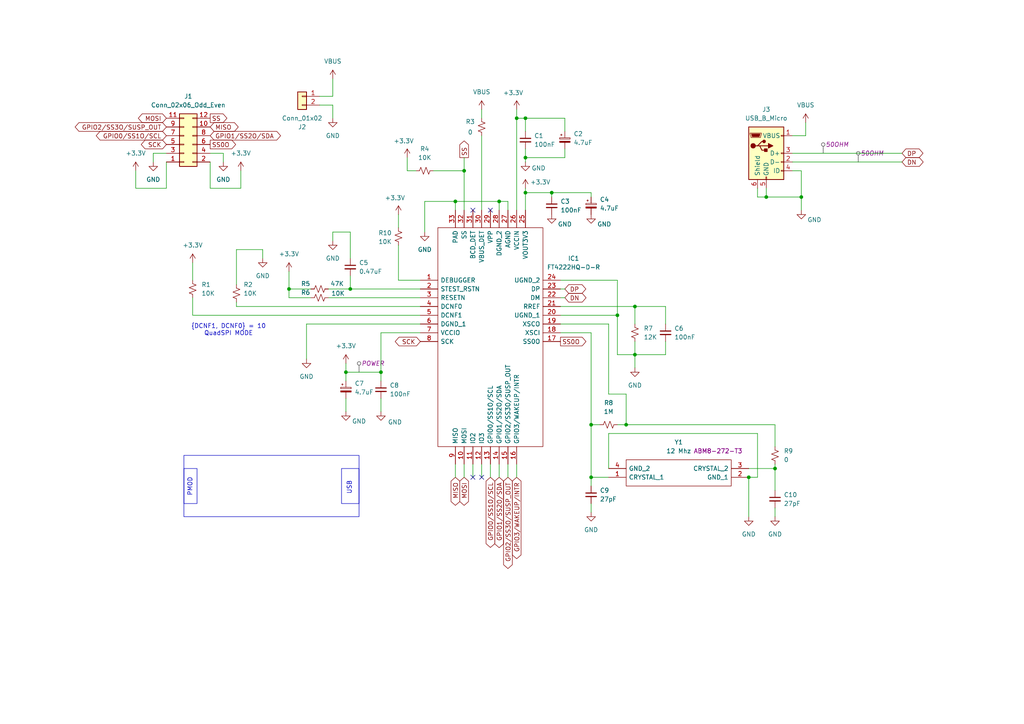
<source format=kicad_sch>
(kicad_sch
	(version 20231120)
	(generator "eeschema")
	(generator_version "8.0")
	(uuid "2d60aa3a-c870-44ef-b126-bfa780b1af9e")
	(paper "A4")
	(lib_symbols
		(symbol "Connector:USB_B_Micro"
			(pin_names
				(offset 1.016)
			)
			(exclude_from_sim no)
			(in_bom yes)
			(on_board yes)
			(property "Reference" "J"
				(at -5.08 11.43 0)
				(effects
					(font
						(size 1.27 1.27)
					)
					(justify left)
				)
			)
			(property "Value" "USB_B_Micro"
				(at -5.08 8.89 0)
				(effects
					(font
						(size 1.27 1.27)
					)
					(justify left)
				)
			)
			(property "Footprint" ""
				(at 3.81 -1.27 0)
				(effects
					(font
						(size 1.27 1.27)
					)
					(hide yes)
				)
			)
			(property "Datasheet" "~"
				(at 3.81 -1.27 0)
				(effects
					(font
						(size 1.27 1.27)
					)
					(hide yes)
				)
			)
			(property "Description" "USB Micro Type B connector"
				(at 0 0 0)
				(effects
					(font
						(size 1.27 1.27)
					)
					(hide yes)
				)
			)
			(property "ki_keywords" "connector USB micro"
				(at 0 0 0)
				(effects
					(font
						(size 1.27 1.27)
					)
					(hide yes)
				)
			)
			(property "ki_fp_filters" "USB*"
				(at 0 0 0)
				(effects
					(font
						(size 1.27 1.27)
					)
					(hide yes)
				)
			)
			(symbol "USB_B_Micro_0_1"
				(rectangle
					(start -5.08 -7.62)
					(end 5.08 7.62)
					(stroke
						(width 0.254)
						(type default)
					)
					(fill
						(type background)
					)
				)
				(circle
					(center -3.81 2.159)
					(radius 0.635)
					(stroke
						(width 0.254)
						(type default)
					)
					(fill
						(type outline)
					)
				)
				(circle
					(center -0.635 3.429)
					(radius 0.381)
					(stroke
						(width 0.254)
						(type default)
					)
					(fill
						(type outline)
					)
				)
				(rectangle
					(start -0.127 -7.62)
					(end 0.127 -6.858)
					(stroke
						(width 0)
						(type default)
					)
					(fill
						(type none)
					)
				)
				(polyline
					(pts
						(xy -1.905 2.159) (xy 0.635 2.159)
					)
					(stroke
						(width 0.254)
						(type default)
					)
					(fill
						(type none)
					)
				)
				(polyline
					(pts
						(xy -3.175 2.159) (xy -2.54 2.159) (xy -1.27 3.429) (xy -0.635 3.429)
					)
					(stroke
						(width 0.254)
						(type default)
					)
					(fill
						(type none)
					)
				)
				(polyline
					(pts
						(xy -2.54 2.159) (xy -1.905 2.159) (xy -1.27 0.889) (xy 0 0.889)
					)
					(stroke
						(width 0.254)
						(type default)
					)
					(fill
						(type none)
					)
				)
				(polyline
					(pts
						(xy 0.635 2.794) (xy 0.635 1.524) (xy 1.905 2.159) (xy 0.635 2.794)
					)
					(stroke
						(width 0.254)
						(type default)
					)
					(fill
						(type outline)
					)
				)
				(polyline
					(pts
						(xy -4.318 5.588) (xy -1.778 5.588) (xy -2.032 4.826) (xy -4.064 4.826) (xy -4.318 5.588)
					)
					(stroke
						(width 0)
						(type default)
					)
					(fill
						(type outline)
					)
				)
				(polyline
					(pts
						(xy -4.699 5.842) (xy -4.699 5.588) (xy -4.445 4.826) (xy -4.445 4.572) (xy -1.651 4.572) (xy -1.651 4.826)
						(xy -1.397 5.588) (xy -1.397 5.842) (xy -4.699 5.842)
					)
					(stroke
						(width 0)
						(type default)
					)
					(fill
						(type none)
					)
				)
				(rectangle
					(start 0.254 1.27)
					(end -0.508 0.508)
					(stroke
						(width 0.254)
						(type default)
					)
					(fill
						(type outline)
					)
				)
				(rectangle
					(start 5.08 -5.207)
					(end 4.318 -4.953)
					(stroke
						(width 0)
						(type default)
					)
					(fill
						(type none)
					)
				)
				(rectangle
					(start 5.08 -2.667)
					(end 4.318 -2.413)
					(stroke
						(width 0)
						(type default)
					)
					(fill
						(type none)
					)
				)
				(rectangle
					(start 5.08 -0.127)
					(end 4.318 0.127)
					(stroke
						(width 0)
						(type default)
					)
					(fill
						(type none)
					)
				)
				(rectangle
					(start 5.08 4.953)
					(end 4.318 5.207)
					(stroke
						(width 0)
						(type default)
					)
					(fill
						(type none)
					)
				)
			)
			(symbol "USB_B_Micro_1_1"
				(pin power_out line
					(at 7.62 5.08 180)
					(length 2.54)
					(name "VBUS"
						(effects
							(font
								(size 1.27 1.27)
							)
						)
					)
					(number "1"
						(effects
							(font
								(size 1.27 1.27)
							)
						)
					)
				)
				(pin bidirectional line
					(at 7.62 -2.54 180)
					(length 2.54)
					(name "D-"
						(effects
							(font
								(size 1.27 1.27)
							)
						)
					)
					(number "2"
						(effects
							(font
								(size 1.27 1.27)
							)
						)
					)
				)
				(pin bidirectional line
					(at 7.62 0 180)
					(length 2.54)
					(name "D+"
						(effects
							(font
								(size 1.27 1.27)
							)
						)
					)
					(number "3"
						(effects
							(font
								(size 1.27 1.27)
							)
						)
					)
				)
				(pin passive line
					(at 7.62 -5.08 180)
					(length 2.54)
					(name "ID"
						(effects
							(font
								(size 1.27 1.27)
							)
						)
					)
					(number "4"
						(effects
							(font
								(size 1.27 1.27)
							)
						)
					)
				)
				(pin power_out line
					(at 0 -10.16 90)
					(length 2.54)
					(name "GND"
						(effects
							(font
								(size 1.27 1.27)
							)
						)
					)
					(number "5"
						(effects
							(font
								(size 1.27 1.27)
							)
						)
					)
				)
				(pin passive line
					(at -2.54 -10.16 90)
					(length 2.54)
					(name "Shield"
						(effects
							(font
								(size 1.27 1.27)
							)
						)
					)
					(number "6"
						(effects
							(font
								(size 1.27 1.27)
							)
						)
					)
				)
			)
		)
		(symbol "Connector_Generic:Conn_01x02"
			(pin_names
				(offset 1.016) hide)
			(exclude_from_sim no)
			(in_bom yes)
			(on_board yes)
			(property "Reference" "J"
				(at 0 2.54 0)
				(effects
					(font
						(size 1.27 1.27)
					)
				)
			)
			(property "Value" "Conn_01x02"
				(at 0 -5.08 0)
				(effects
					(font
						(size 1.27 1.27)
					)
				)
			)
			(property "Footprint" ""
				(at 0 0 0)
				(effects
					(font
						(size 1.27 1.27)
					)
					(hide yes)
				)
			)
			(property "Datasheet" "~"
				(at 0 0 0)
				(effects
					(font
						(size 1.27 1.27)
					)
					(hide yes)
				)
			)
			(property "Description" "Generic connector, single row, 01x02, script generated (kicad-library-utils/schlib/autogen/connector/)"
				(at 0 0 0)
				(effects
					(font
						(size 1.27 1.27)
					)
					(hide yes)
				)
			)
			(property "ki_keywords" "connector"
				(at 0 0 0)
				(effects
					(font
						(size 1.27 1.27)
					)
					(hide yes)
				)
			)
			(property "ki_fp_filters" "Connector*:*_1x??_*"
				(at 0 0 0)
				(effects
					(font
						(size 1.27 1.27)
					)
					(hide yes)
				)
			)
			(symbol "Conn_01x02_1_1"
				(rectangle
					(start -1.27 -2.413)
					(end 0 -2.667)
					(stroke
						(width 0.1524)
						(type default)
					)
					(fill
						(type none)
					)
				)
				(rectangle
					(start -1.27 0.127)
					(end 0 -0.127)
					(stroke
						(width 0.1524)
						(type default)
					)
					(fill
						(type none)
					)
				)
				(rectangle
					(start -1.27 1.27)
					(end 1.27 -3.81)
					(stroke
						(width 0.254)
						(type default)
					)
					(fill
						(type background)
					)
				)
				(pin passive line
					(at -5.08 0 0)
					(length 3.81)
					(name "Pin_1"
						(effects
							(font
								(size 1.27 1.27)
							)
						)
					)
					(number "1"
						(effects
							(font
								(size 1.27 1.27)
							)
						)
					)
				)
				(pin passive line
					(at -5.08 -2.54 0)
					(length 3.81)
					(name "Pin_2"
						(effects
							(font
								(size 1.27 1.27)
							)
						)
					)
					(number "2"
						(effects
							(font
								(size 1.27 1.27)
							)
						)
					)
				)
			)
		)
		(symbol "Connector_Generic:Conn_02x06_Odd_Even"
			(pin_names
				(offset 1.016) hide)
			(exclude_from_sim no)
			(in_bom yes)
			(on_board yes)
			(property "Reference" "J"
				(at 1.27 7.62 0)
				(effects
					(font
						(size 1.27 1.27)
					)
				)
			)
			(property "Value" "Conn_02x06_Odd_Even"
				(at 1.27 -10.16 0)
				(effects
					(font
						(size 1.27 1.27)
					)
				)
			)
			(property "Footprint" ""
				(at 0 0 0)
				(effects
					(font
						(size 1.27 1.27)
					)
					(hide yes)
				)
			)
			(property "Datasheet" "~"
				(at 0 0 0)
				(effects
					(font
						(size 1.27 1.27)
					)
					(hide yes)
				)
			)
			(property "Description" "Generic connector, double row, 02x06, odd/even pin numbering scheme (row 1 odd numbers, row 2 even numbers), script generated (kicad-library-utils/schlib/autogen/connector/)"
				(at 0 0 0)
				(effects
					(font
						(size 1.27 1.27)
					)
					(hide yes)
				)
			)
			(property "ki_keywords" "connector"
				(at 0 0 0)
				(effects
					(font
						(size 1.27 1.27)
					)
					(hide yes)
				)
			)
			(property "ki_fp_filters" "Connector*:*_2x??_*"
				(at 0 0 0)
				(effects
					(font
						(size 1.27 1.27)
					)
					(hide yes)
				)
			)
			(symbol "Conn_02x06_Odd_Even_1_1"
				(rectangle
					(start -1.27 -7.493)
					(end 0 -7.747)
					(stroke
						(width 0.1524)
						(type default)
					)
					(fill
						(type none)
					)
				)
				(rectangle
					(start -1.27 -4.953)
					(end 0 -5.207)
					(stroke
						(width 0.1524)
						(type default)
					)
					(fill
						(type none)
					)
				)
				(rectangle
					(start -1.27 -2.413)
					(end 0 -2.667)
					(stroke
						(width 0.1524)
						(type default)
					)
					(fill
						(type none)
					)
				)
				(rectangle
					(start -1.27 0.127)
					(end 0 -0.127)
					(stroke
						(width 0.1524)
						(type default)
					)
					(fill
						(type none)
					)
				)
				(rectangle
					(start -1.27 2.667)
					(end 0 2.413)
					(stroke
						(width 0.1524)
						(type default)
					)
					(fill
						(type none)
					)
				)
				(rectangle
					(start -1.27 5.207)
					(end 0 4.953)
					(stroke
						(width 0.1524)
						(type default)
					)
					(fill
						(type none)
					)
				)
				(rectangle
					(start -1.27 6.35)
					(end 3.81 -8.89)
					(stroke
						(width 0.254)
						(type default)
					)
					(fill
						(type background)
					)
				)
				(rectangle
					(start 3.81 -7.493)
					(end 2.54 -7.747)
					(stroke
						(width 0.1524)
						(type default)
					)
					(fill
						(type none)
					)
				)
				(rectangle
					(start 3.81 -4.953)
					(end 2.54 -5.207)
					(stroke
						(width 0.1524)
						(type default)
					)
					(fill
						(type none)
					)
				)
				(rectangle
					(start 3.81 -2.413)
					(end 2.54 -2.667)
					(stroke
						(width 0.1524)
						(type default)
					)
					(fill
						(type none)
					)
				)
				(rectangle
					(start 3.81 0.127)
					(end 2.54 -0.127)
					(stroke
						(width 0.1524)
						(type default)
					)
					(fill
						(type none)
					)
				)
				(rectangle
					(start 3.81 2.667)
					(end 2.54 2.413)
					(stroke
						(width 0.1524)
						(type default)
					)
					(fill
						(type none)
					)
				)
				(rectangle
					(start 3.81 5.207)
					(end 2.54 4.953)
					(stroke
						(width 0.1524)
						(type default)
					)
					(fill
						(type none)
					)
				)
				(pin passive line
					(at -5.08 5.08 0)
					(length 3.81)
					(name "Pin_1"
						(effects
							(font
								(size 1.27 1.27)
							)
						)
					)
					(number "1"
						(effects
							(font
								(size 1.27 1.27)
							)
						)
					)
				)
				(pin passive line
					(at 7.62 -5.08 180)
					(length 3.81)
					(name "Pin_10"
						(effects
							(font
								(size 1.27 1.27)
							)
						)
					)
					(number "10"
						(effects
							(font
								(size 1.27 1.27)
							)
						)
					)
				)
				(pin passive line
					(at -5.08 -7.62 0)
					(length 3.81)
					(name "Pin_11"
						(effects
							(font
								(size 1.27 1.27)
							)
						)
					)
					(number "11"
						(effects
							(font
								(size 1.27 1.27)
							)
						)
					)
				)
				(pin passive line
					(at 7.62 -7.62 180)
					(length 3.81)
					(name "Pin_12"
						(effects
							(font
								(size 1.27 1.27)
							)
						)
					)
					(number "12"
						(effects
							(font
								(size 1.27 1.27)
							)
						)
					)
				)
				(pin passive line
					(at 7.62 5.08 180)
					(length 3.81)
					(name "Pin_2"
						(effects
							(font
								(size 1.27 1.27)
							)
						)
					)
					(number "2"
						(effects
							(font
								(size 1.27 1.27)
							)
						)
					)
				)
				(pin passive line
					(at -5.08 2.54 0)
					(length 3.81)
					(name "Pin_3"
						(effects
							(font
								(size 1.27 1.27)
							)
						)
					)
					(number "3"
						(effects
							(font
								(size 1.27 1.27)
							)
						)
					)
				)
				(pin passive line
					(at 7.62 2.54 180)
					(length 3.81)
					(name "Pin_4"
						(effects
							(font
								(size 1.27 1.27)
							)
						)
					)
					(number "4"
						(effects
							(font
								(size 1.27 1.27)
							)
						)
					)
				)
				(pin passive line
					(at -5.08 0 0)
					(length 3.81)
					(name "Pin_5"
						(effects
							(font
								(size 1.27 1.27)
							)
						)
					)
					(number "5"
						(effects
							(font
								(size 1.27 1.27)
							)
						)
					)
				)
				(pin passive line
					(at 7.62 0 180)
					(length 3.81)
					(name "Pin_6"
						(effects
							(font
								(size 1.27 1.27)
							)
						)
					)
					(number "6"
						(effects
							(font
								(size 1.27 1.27)
							)
						)
					)
				)
				(pin passive line
					(at -5.08 -2.54 0)
					(length 3.81)
					(name "Pin_7"
						(effects
							(font
								(size 1.27 1.27)
							)
						)
					)
					(number "7"
						(effects
							(font
								(size 1.27 1.27)
							)
						)
					)
				)
				(pin passive line
					(at 7.62 -2.54 180)
					(length 3.81)
					(name "Pin_8"
						(effects
							(font
								(size 1.27 1.27)
							)
						)
					)
					(number "8"
						(effects
							(font
								(size 1.27 1.27)
							)
						)
					)
				)
				(pin passive line
					(at -5.08 -5.08 0)
					(length 3.81)
					(name "Pin_9"
						(effects
							(font
								(size 1.27 1.27)
							)
						)
					)
					(number "9"
						(effects
							(font
								(size 1.27 1.27)
							)
						)
					)
				)
			)
		)
		(symbol "Device:C_Polarized_Small"
			(pin_numbers hide)
			(pin_names
				(offset 0.254) hide)
			(exclude_from_sim no)
			(in_bom yes)
			(on_board yes)
			(property "Reference" "C"
				(at 0.254 1.778 0)
				(effects
					(font
						(size 1.27 1.27)
					)
					(justify left)
				)
			)
			(property "Value" "C_Polarized_Small"
				(at 0.254 -2.032 0)
				(effects
					(font
						(size 1.27 1.27)
					)
					(justify left)
				)
			)
			(property "Footprint" ""
				(at 0 0 0)
				(effects
					(font
						(size 1.27 1.27)
					)
					(hide yes)
				)
			)
			(property "Datasheet" "~"
				(at 0 0 0)
				(effects
					(font
						(size 1.27 1.27)
					)
					(hide yes)
				)
			)
			(property "Description" "Polarized capacitor, small symbol"
				(at 0 0 0)
				(effects
					(font
						(size 1.27 1.27)
					)
					(hide yes)
				)
			)
			(property "ki_keywords" "cap capacitor"
				(at 0 0 0)
				(effects
					(font
						(size 1.27 1.27)
					)
					(hide yes)
				)
			)
			(property "ki_fp_filters" "CP_*"
				(at 0 0 0)
				(effects
					(font
						(size 1.27 1.27)
					)
					(hide yes)
				)
			)
			(symbol "C_Polarized_Small_0_1"
				(rectangle
					(start -1.524 -0.3048)
					(end 1.524 -0.6858)
					(stroke
						(width 0)
						(type default)
					)
					(fill
						(type outline)
					)
				)
				(rectangle
					(start -1.524 0.6858)
					(end 1.524 0.3048)
					(stroke
						(width 0)
						(type default)
					)
					(fill
						(type none)
					)
				)
				(polyline
					(pts
						(xy -1.27 1.524) (xy -0.762 1.524)
					)
					(stroke
						(width 0)
						(type default)
					)
					(fill
						(type none)
					)
				)
				(polyline
					(pts
						(xy -1.016 1.27) (xy -1.016 1.778)
					)
					(stroke
						(width 0)
						(type default)
					)
					(fill
						(type none)
					)
				)
			)
			(symbol "C_Polarized_Small_1_1"
				(pin passive line
					(at 0 2.54 270)
					(length 1.8542)
					(name "~"
						(effects
							(font
								(size 1.27 1.27)
							)
						)
					)
					(number "1"
						(effects
							(font
								(size 1.27 1.27)
							)
						)
					)
				)
				(pin passive line
					(at 0 -2.54 90)
					(length 1.8542)
					(name "~"
						(effects
							(font
								(size 1.27 1.27)
							)
						)
					)
					(number "2"
						(effects
							(font
								(size 1.27 1.27)
							)
						)
					)
				)
			)
		)
		(symbol "Device:C_Small"
			(pin_numbers hide)
			(pin_names
				(offset 0.254) hide)
			(exclude_from_sim no)
			(in_bom yes)
			(on_board yes)
			(property "Reference" "C"
				(at 0.254 1.778 0)
				(effects
					(font
						(size 1.27 1.27)
					)
					(justify left)
				)
			)
			(property "Value" "C_Small"
				(at 0.254 -2.032 0)
				(effects
					(font
						(size 1.27 1.27)
					)
					(justify left)
				)
			)
			(property "Footprint" ""
				(at 0 0 0)
				(effects
					(font
						(size 1.27 1.27)
					)
					(hide yes)
				)
			)
			(property "Datasheet" "~"
				(at 0 0 0)
				(effects
					(font
						(size 1.27 1.27)
					)
					(hide yes)
				)
			)
			(property "Description" "Unpolarized capacitor, small symbol"
				(at 0 0 0)
				(effects
					(font
						(size 1.27 1.27)
					)
					(hide yes)
				)
			)
			(property "ki_keywords" "capacitor cap"
				(at 0 0 0)
				(effects
					(font
						(size 1.27 1.27)
					)
					(hide yes)
				)
			)
			(property "ki_fp_filters" "C_*"
				(at 0 0 0)
				(effects
					(font
						(size 1.27 1.27)
					)
					(hide yes)
				)
			)
			(symbol "C_Small_0_1"
				(polyline
					(pts
						(xy -1.524 -0.508) (xy 1.524 -0.508)
					)
					(stroke
						(width 0.3302)
						(type default)
					)
					(fill
						(type none)
					)
				)
				(polyline
					(pts
						(xy -1.524 0.508) (xy 1.524 0.508)
					)
					(stroke
						(width 0.3048)
						(type default)
					)
					(fill
						(type none)
					)
				)
			)
			(symbol "C_Small_1_1"
				(pin passive line
					(at 0 2.54 270)
					(length 2.032)
					(name "~"
						(effects
							(font
								(size 1.27 1.27)
							)
						)
					)
					(number "1"
						(effects
							(font
								(size 1.27 1.27)
							)
						)
					)
				)
				(pin passive line
					(at 0 -2.54 90)
					(length 2.032)
					(name "~"
						(effects
							(font
								(size 1.27 1.27)
							)
						)
					)
					(number "2"
						(effects
							(font
								(size 1.27 1.27)
							)
						)
					)
				)
			)
		)
		(symbol "Device:R_Small_US"
			(pin_numbers hide)
			(pin_names
				(offset 0.254) hide)
			(exclude_from_sim no)
			(in_bom yes)
			(on_board yes)
			(property "Reference" "R"
				(at 0.762 0.508 0)
				(effects
					(font
						(size 1.27 1.27)
					)
					(justify left)
				)
			)
			(property "Value" "R_Small_US"
				(at 0.762 -1.016 0)
				(effects
					(font
						(size 1.27 1.27)
					)
					(justify left)
				)
			)
			(property "Footprint" ""
				(at 0 0 0)
				(effects
					(font
						(size 1.27 1.27)
					)
					(hide yes)
				)
			)
			(property "Datasheet" "~"
				(at 0 0 0)
				(effects
					(font
						(size 1.27 1.27)
					)
					(hide yes)
				)
			)
			(property "Description" "Resistor, small US symbol"
				(at 0 0 0)
				(effects
					(font
						(size 1.27 1.27)
					)
					(hide yes)
				)
			)
			(property "ki_keywords" "r resistor"
				(at 0 0 0)
				(effects
					(font
						(size 1.27 1.27)
					)
					(hide yes)
				)
			)
			(property "ki_fp_filters" "R_*"
				(at 0 0 0)
				(effects
					(font
						(size 1.27 1.27)
					)
					(hide yes)
				)
			)
			(symbol "R_Small_US_1_1"
				(polyline
					(pts
						(xy 0 0) (xy 1.016 -0.381) (xy 0 -0.762) (xy -1.016 -1.143) (xy 0 -1.524)
					)
					(stroke
						(width 0)
						(type default)
					)
					(fill
						(type none)
					)
				)
				(polyline
					(pts
						(xy 0 1.524) (xy 1.016 1.143) (xy 0 0.762) (xy -1.016 0.381) (xy 0 0)
					)
					(stroke
						(width 0)
						(type default)
					)
					(fill
						(type none)
					)
				)
				(pin passive line
					(at 0 2.54 270)
					(length 1.016)
					(name "~"
						(effects
							(font
								(size 1.27 1.27)
							)
						)
					)
					(number "1"
						(effects
							(font
								(size 1.27 1.27)
							)
						)
					)
				)
				(pin passive line
					(at 0 -2.54 90)
					(length 1.016)
					(name "~"
						(effects
							(font
								(size 1.27 1.27)
							)
						)
					)
					(number "2"
						(effects
							(font
								(size 1.27 1.27)
							)
						)
					)
				)
			)
		)
		(symbol "SamacSys_Parts:ABM8-272-T3"
			(pin_names
				(offset 0.762)
			)
			(exclude_from_sim no)
			(in_bom yes)
			(on_board yes)
			(property "Reference" "Y"
				(at 36.83 7.62 0)
				(effects
					(font
						(size 1.27 1.27)
					)
					(justify left)
				)
			)
			(property "Value" "ABM8-272-T3"
				(at 36.83 5.08 0)
				(effects
					(font
						(size 1.27 1.27)
					)
					(justify left)
				)
			)
			(property "Footprint" "ABM8272T3"
				(at 36.83 2.54 0)
				(effects
					(font
						(size 1.27 1.27)
					)
					(justify left)
					(hide yes)
				)
			)
			(property "Datasheet" "https://abracon.com/datasheets/ABM8-272-T3.pdf"
				(at 36.83 0 0)
				(effects
					(font
						(size 1.27 1.27)
					)
					(justify left)
					(hide yes)
				)
			)
			(property "Description" "Crystal, 12 MHz, SMD, 3.2mm x 2.5mm, 30 ppm, 10 pF, 30 ppm, ABM8 Series"
				(at 36.83 -2.54 0)
				(effects
					(font
						(size 1.27 1.27)
					)
					(justify left)
					(hide yes)
				)
			)
			(property "Height" "0.8"
				(at 36.83 -5.08 0)
				(effects
					(font
						(size 1.27 1.27)
					)
					(justify left)
					(hide yes)
				)
			)
			(property "Mouser Part Number" "815-ABM8-272-T3"
				(at 36.83 -7.62 0)
				(effects
					(font
						(size 1.27 1.27)
					)
					(justify left)
					(hide yes)
				)
			)
			(property "Mouser Price/Stock" "https://www.mouser.co.uk/ProductDetail/ABRACON/ABM8-272-T3?qs=QpmGXVUTftEj6miOiJBMxQ%3D%3D"
				(at 36.83 -10.16 0)
				(effects
					(font
						(size 1.27 1.27)
					)
					(justify left)
					(hide yes)
				)
			)
			(property "Manufacturer_Name" "ABRACON"
				(at 36.83 -12.7 0)
				(effects
					(font
						(size 1.27 1.27)
					)
					(justify left)
					(hide yes)
				)
			)
			(property "Manufacturer_Part_Number" "ABM8-272-T3"
				(at 36.83 -15.24 0)
				(effects
					(font
						(size 1.27 1.27)
					)
					(justify left)
					(hide yes)
				)
			)
			(symbol "ABM8-272-T3_0_0"
				(pin passive line
					(at 0 -2.54 0)
					(length 5.08)
					(name "CRYSTAL_1"
						(effects
							(font
								(size 1.27 1.27)
							)
						)
					)
					(number "1"
						(effects
							(font
								(size 1.27 1.27)
							)
						)
					)
				)
				(pin passive line
					(at 40.64 -2.54 180)
					(length 5.08)
					(name "GND_1"
						(effects
							(font
								(size 1.27 1.27)
							)
						)
					)
					(number "2"
						(effects
							(font
								(size 1.27 1.27)
							)
						)
					)
				)
				(pin passive line
					(at 40.64 0 180)
					(length 5.08)
					(name "CRYSTAL_2"
						(effects
							(font
								(size 1.27 1.27)
							)
						)
					)
					(number "3"
						(effects
							(font
								(size 1.27 1.27)
							)
						)
					)
				)
				(pin passive line
					(at 0 0 0)
					(length 5.08)
					(name "GND_2"
						(effects
							(font
								(size 1.27 1.27)
							)
						)
					)
					(number "4"
						(effects
							(font
								(size 1.27 1.27)
							)
						)
					)
				)
			)
			(symbol "ABM8-272-T3_0_1"
				(polyline
					(pts
						(xy 5.08 2.54) (xy 35.56 2.54) (xy 35.56 -5.08) (xy 5.08 -5.08) (xy 5.08 2.54)
					)
					(stroke
						(width 0.1524)
						(type solid)
					)
					(fill
						(type none)
					)
				)
			)
		)
		(symbol "SamacSys_Parts:FT4222HQ-D-R"
			(pin_names
				(offset 0.762)
			)
			(exclude_from_sim no)
			(in_bom yes)
			(on_board yes)
			(property "Reference" "IC"
				(at 36.83 20.32 0)
				(effects
					(font
						(size 1.27 1.27)
					)
					(justify left)
				)
			)
			(property "Value" "FT4222HQ-D-R"
				(at 36.83 17.78 0)
				(effects
					(font
						(size 1.27 1.27)
					)
					(justify left)
				)
			)
			(property "Footprint" "QFN50P500X500X90-33N"
				(at 36.83 15.24 0)
				(effects
					(font
						(size 1.27 1.27)
					)
					(justify left)
					(hide yes)
				)
			)
			(property "Datasheet" "https://www.ftdichip.com/Support/Documents/DataSheets/ICs/DS_FT4222H.pdf"
				(at 36.83 12.7 0)
				(effects
					(font
						(size 1.27 1.27)
					)
					(justify left)
					(hide yes)
				)
			)
			(property "Description" "USB Interface IC USB 2.0 to Quad SPI I2C Bridge 53.8Mbps"
				(at 36.83 10.16 0)
				(effects
					(font
						(size 1.27 1.27)
					)
					(justify left)
					(hide yes)
				)
			)
			(property "Height" "0.9"
				(at 36.83 7.62 0)
				(effects
					(font
						(size 1.27 1.27)
					)
					(justify left)
					(hide yes)
				)
			)
			(property "Mouser Part Number" "895-FT4222HQ-D-R"
				(at 36.83 5.08 0)
				(effects
					(font
						(size 1.27 1.27)
					)
					(justify left)
					(hide yes)
				)
			)
			(property "Mouser Price/Stock" "https://www.mouser.co.uk/ProductDetail/FTDI/FT4222HQ-D-R?qs=F5EMLAvA7ICA8wBdrr3fuQ%3D%3D"
				(at 36.83 2.54 0)
				(effects
					(font
						(size 1.27 1.27)
					)
					(justify left)
					(hide yes)
				)
			)
			(property "Manufacturer_Name" "FTDI Chip"
				(at 36.83 0 0)
				(effects
					(font
						(size 1.27 1.27)
					)
					(justify left)
					(hide yes)
				)
			)
			(property "Manufacturer_Part_Number" "FT4222HQ-D-R"
				(at 36.83 -2.54 0)
				(effects
					(font
						(size 1.27 1.27)
					)
					(justify left)
					(hide yes)
				)
			)
			(symbol "FT4222HQ-D-R_0_0"
				(pin bidirectional line
					(at 0 0 0)
					(length 5.08)
					(name "DEBUGGER"
						(effects
							(font
								(size 1.27 1.27)
							)
						)
					)
					(number "1"
						(effects
							(font
								(size 1.27 1.27)
							)
						)
					)
				)
				(pin bidirectional line
					(at 12.7 -53.34 90)
					(length 5.08)
					(name "MOSI"
						(effects
							(font
								(size 1.27 1.27)
							)
						)
					)
					(number "10"
						(effects
							(font
								(size 1.27 1.27)
							)
						)
					)
				)
				(pin bidirectional line
					(at 15.24 -53.34 90)
					(length 5.08)
					(name "IO2"
						(effects
							(font
								(size 1.27 1.27)
							)
						)
					)
					(number "11"
						(effects
							(font
								(size 1.27 1.27)
							)
						)
					)
				)
				(pin bidirectional line
					(at 17.78 -53.34 90)
					(length 5.08)
					(name "IO3"
						(effects
							(font
								(size 1.27 1.27)
							)
						)
					)
					(number "12"
						(effects
							(font
								(size 1.27 1.27)
							)
						)
					)
				)
				(pin bidirectional line
					(at 20.32 -53.34 90)
					(length 5.08)
					(name "GPIO0/SS1O/SCL"
						(effects
							(font
								(size 1.27 1.27)
							)
						)
					)
					(number "13"
						(effects
							(font
								(size 1.27 1.27)
							)
						)
					)
				)
				(pin bidirectional line
					(at 22.86 -53.34 90)
					(length 5.08)
					(name "GPIO1/SS2O/SDA"
						(effects
							(font
								(size 1.27 1.27)
							)
						)
					)
					(number "14"
						(effects
							(font
								(size 1.27 1.27)
							)
						)
					)
				)
				(pin bidirectional line
					(at 25.4 -53.34 90)
					(length 5.08)
					(name "GPIO2/SS3O/SUSP_OUT"
						(effects
							(font
								(size 1.27 1.27)
							)
						)
					)
					(number "15"
						(effects
							(font
								(size 1.27 1.27)
							)
						)
					)
				)
				(pin bidirectional line
					(at 27.94 -53.34 90)
					(length 5.08)
					(name "GPIO3/WAKEUP/INTR"
						(effects
							(font
								(size 1.27 1.27)
							)
						)
					)
					(number "16"
						(effects
							(font
								(size 1.27 1.27)
							)
						)
					)
				)
				(pin output line
					(at 40.64 -17.78 180)
					(length 5.08)
					(name "SS0O"
						(effects
							(font
								(size 1.27 1.27)
							)
						)
					)
					(number "17"
						(effects
							(font
								(size 1.27 1.27)
							)
						)
					)
				)
				(pin bidirectional line
					(at 40.64 -15.24 180)
					(length 5.08)
					(name "XSCI"
						(effects
							(font
								(size 1.27 1.27)
							)
						)
					)
					(number "18"
						(effects
							(font
								(size 1.27 1.27)
							)
						)
					)
				)
				(pin bidirectional line
					(at 40.64 -12.7 180)
					(length 5.08)
					(name "XSCO"
						(effects
							(font
								(size 1.27 1.27)
							)
						)
					)
					(number "19"
						(effects
							(font
								(size 1.27 1.27)
							)
						)
					)
				)
				(pin input line
					(at 0 -2.54 0)
					(length 5.08)
					(name "STEST_RSTN"
						(effects
							(font
								(size 1.27 1.27)
							)
						)
					)
					(number "2"
						(effects
							(font
								(size 1.27 1.27)
							)
						)
					)
				)
				(pin power_in line
					(at 40.64 -10.16 180)
					(length 5.08)
					(name "UGND_1"
						(effects
							(font
								(size 1.27 1.27)
							)
						)
					)
					(number "20"
						(effects
							(font
								(size 1.27 1.27)
							)
						)
					)
				)
				(pin input line
					(at 40.64 -7.62 180)
					(length 5.08)
					(name "RREF"
						(effects
							(font
								(size 1.27 1.27)
							)
						)
					)
					(number "21"
						(effects
							(font
								(size 1.27 1.27)
							)
						)
					)
				)
				(pin bidirectional line
					(at 40.64 -5.08 180)
					(length 5.08)
					(name "DM"
						(effects
							(font
								(size 1.27 1.27)
							)
						)
					)
					(number "22"
						(effects
							(font
								(size 1.27 1.27)
							)
						)
					)
				)
				(pin bidirectional line
					(at 40.64 -2.54 180)
					(length 5.08)
					(name "DP"
						(effects
							(font
								(size 1.27 1.27)
							)
						)
					)
					(number "23"
						(effects
							(font
								(size 1.27 1.27)
							)
						)
					)
				)
				(pin power_in line
					(at 40.64 0 180)
					(length 5.08)
					(name "UGND_2"
						(effects
							(font
								(size 1.27 1.27)
							)
						)
					)
					(number "24"
						(effects
							(font
								(size 1.27 1.27)
							)
						)
					)
				)
				(pin power_in line
					(at 30.48 20.32 270)
					(length 5.08)
					(name "VOUT3V3"
						(effects
							(font
								(size 1.27 1.27)
							)
						)
					)
					(number "25"
						(effects
							(font
								(size 1.27 1.27)
							)
						)
					)
				)
				(pin power_in line
					(at 27.94 20.32 270)
					(length 5.08)
					(name "VCCIN"
						(effects
							(font
								(size 1.27 1.27)
							)
						)
					)
					(number "26"
						(effects
							(font
								(size 1.27 1.27)
							)
						)
					)
				)
				(pin power_in line
					(at 25.4 20.32 270)
					(length 5.08)
					(name "AGND"
						(effects
							(font
								(size 1.27 1.27)
							)
						)
					)
					(number "27"
						(effects
							(font
								(size 1.27 1.27)
							)
						)
					)
				)
				(pin power_in line
					(at 22.86 20.32 270)
					(length 5.08)
					(name "DGND_2"
						(effects
							(font
								(size 1.27 1.27)
							)
						)
					)
					(number "28"
						(effects
							(font
								(size 1.27 1.27)
							)
						)
					)
				)
				(pin power_in line
					(at 20.32 20.32 270)
					(length 5.08)
					(name "VPP"
						(effects
							(font
								(size 1.27 1.27)
							)
						)
					)
					(number "29"
						(effects
							(font
								(size 1.27 1.27)
							)
						)
					)
				)
				(pin input line
					(at 0 -5.08 0)
					(length 5.08)
					(name "RESETN"
						(effects
							(font
								(size 1.27 1.27)
							)
						)
					)
					(number "3"
						(effects
							(font
								(size 1.27 1.27)
							)
						)
					)
				)
				(pin input line
					(at 17.78 20.32 270)
					(length 5.08)
					(name "VBUS_DET"
						(effects
							(font
								(size 1.27 1.27)
							)
						)
					)
					(number "30"
						(effects
							(font
								(size 1.27 1.27)
							)
						)
					)
				)
				(pin output line
					(at 15.24 20.32 270)
					(length 5.08)
					(name "BCD_DET"
						(effects
							(font
								(size 1.27 1.27)
							)
						)
					)
					(number "31"
						(effects
							(font
								(size 1.27 1.27)
							)
						)
					)
				)
				(pin output line
					(at 12.7 20.32 270)
					(length 5.08)
					(name "SS"
						(effects
							(font
								(size 1.27 1.27)
							)
						)
					)
					(number "32"
						(effects
							(font
								(size 1.27 1.27)
							)
						)
					)
				)
				(pin power_in line
					(at 10.16 20.32 270)
					(length 5.08)
					(name "PAD"
						(effects
							(font
								(size 1.27 1.27)
							)
						)
					)
					(number "33"
						(effects
							(font
								(size 1.27 1.27)
							)
						)
					)
				)
				(pin input line
					(at 0 -7.62 0)
					(length 5.08)
					(name "DCNF0"
						(effects
							(font
								(size 1.27 1.27)
							)
						)
					)
					(number "4"
						(effects
							(font
								(size 1.27 1.27)
							)
						)
					)
				)
				(pin input line
					(at 0 -10.16 0)
					(length 5.08)
					(name "DCNF1"
						(effects
							(font
								(size 1.27 1.27)
							)
						)
					)
					(number "5"
						(effects
							(font
								(size 1.27 1.27)
							)
						)
					)
				)
				(pin power_in line
					(at 0 -12.7 0)
					(length 5.08)
					(name "DGND_1"
						(effects
							(font
								(size 1.27 1.27)
							)
						)
					)
					(number "6"
						(effects
							(font
								(size 1.27 1.27)
							)
						)
					)
				)
				(pin power_in line
					(at 0 -15.24 0)
					(length 5.08)
					(name "VCCIO"
						(effects
							(font
								(size 1.27 1.27)
							)
						)
					)
					(number "7"
						(effects
							(font
								(size 1.27 1.27)
							)
						)
					)
				)
				(pin bidirectional line
					(at 0 -17.78 0)
					(length 5.08)
					(name "SCK"
						(effects
							(font
								(size 1.27 1.27)
							)
						)
					)
					(number "8"
						(effects
							(font
								(size 1.27 1.27)
							)
						)
					)
				)
				(pin bidirectional line
					(at 10.16 -53.34 90)
					(length 5.08)
					(name "MISO"
						(effects
							(font
								(size 1.27 1.27)
							)
						)
					)
					(number "9"
						(effects
							(font
								(size 1.27 1.27)
							)
						)
					)
				)
			)
			(symbol "FT4222HQ-D-R_0_1"
				(polyline
					(pts
						(xy 5.08 15.24) (xy 35.56 15.24) (xy 35.56 -48.26) (xy 5.08 -48.26) (xy 5.08 15.24)
					)
					(stroke
						(width 0.1524)
						(type solid)
					)
					(fill
						(type none)
					)
				)
			)
		)
		(symbol "power:+3.3V"
			(power)
			(pin_names
				(offset 0)
			)
			(exclude_from_sim no)
			(in_bom yes)
			(on_board yes)
			(property "Reference" "#PWR"
				(at 0 -3.81 0)
				(effects
					(font
						(size 1.27 1.27)
					)
					(hide yes)
				)
			)
			(property "Value" "+3.3V"
				(at 0 3.556 0)
				(effects
					(font
						(size 1.27 1.27)
					)
				)
			)
			(property "Footprint" ""
				(at 0 0 0)
				(effects
					(font
						(size 1.27 1.27)
					)
					(hide yes)
				)
			)
			(property "Datasheet" ""
				(at 0 0 0)
				(effects
					(font
						(size 1.27 1.27)
					)
					(hide yes)
				)
			)
			(property "Description" "Power symbol creates a global label with name \"+3.3V\""
				(at 0 0 0)
				(effects
					(font
						(size 1.27 1.27)
					)
					(hide yes)
				)
			)
			(property "ki_keywords" "global power"
				(at 0 0 0)
				(effects
					(font
						(size 1.27 1.27)
					)
					(hide yes)
				)
			)
			(symbol "+3.3V_0_1"
				(polyline
					(pts
						(xy -0.762 1.27) (xy 0 2.54)
					)
					(stroke
						(width 0)
						(type default)
					)
					(fill
						(type none)
					)
				)
				(polyline
					(pts
						(xy 0 0) (xy 0 2.54)
					)
					(stroke
						(width 0)
						(type default)
					)
					(fill
						(type none)
					)
				)
				(polyline
					(pts
						(xy 0 2.54) (xy 0.762 1.27)
					)
					(stroke
						(width 0)
						(type default)
					)
					(fill
						(type none)
					)
				)
			)
			(symbol "+3.3V_1_1"
				(pin power_in line
					(at 0 0 90)
					(length 0) hide
					(name "+3.3V"
						(effects
							(font
								(size 1.27 1.27)
							)
						)
					)
					(number "1"
						(effects
							(font
								(size 1.27 1.27)
							)
						)
					)
				)
			)
		)
		(symbol "power:GND"
			(power)
			(pin_names
				(offset 0)
			)
			(exclude_from_sim no)
			(in_bom yes)
			(on_board yes)
			(property "Reference" "#PWR"
				(at 0 -6.35 0)
				(effects
					(font
						(size 1.27 1.27)
					)
					(hide yes)
				)
			)
			(property "Value" "GND"
				(at 0 -3.81 0)
				(effects
					(font
						(size 1.27 1.27)
					)
				)
			)
			(property "Footprint" ""
				(at 0 0 0)
				(effects
					(font
						(size 1.27 1.27)
					)
					(hide yes)
				)
			)
			(property "Datasheet" ""
				(at 0 0 0)
				(effects
					(font
						(size 1.27 1.27)
					)
					(hide yes)
				)
			)
			(property "Description" "Power symbol creates a global label with name \"GND\" , ground"
				(at 0 0 0)
				(effects
					(font
						(size 1.27 1.27)
					)
					(hide yes)
				)
			)
			(property "ki_keywords" "global power"
				(at 0 0 0)
				(effects
					(font
						(size 1.27 1.27)
					)
					(hide yes)
				)
			)
			(symbol "GND_0_1"
				(polyline
					(pts
						(xy 0 0) (xy 0 -1.27) (xy 1.27 -1.27) (xy 0 -2.54) (xy -1.27 -1.27) (xy 0 -1.27)
					)
					(stroke
						(width 0)
						(type default)
					)
					(fill
						(type none)
					)
				)
			)
			(symbol "GND_1_1"
				(pin power_in line
					(at 0 0 270)
					(length 0) hide
					(name "GND"
						(effects
							(font
								(size 1.27 1.27)
							)
						)
					)
					(number "1"
						(effects
							(font
								(size 1.27 1.27)
							)
						)
					)
				)
			)
		)
		(symbol "power:VBUS"
			(power)
			(pin_numbers hide)
			(pin_names
				(offset 0) hide)
			(exclude_from_sim no)
			(in_bom yes)
			(on_board yes)
			(property "Reference" "#PWR"
				(at 0 -3.81 0)
				(effects
					(font
						(size 1.27 1.27)
					)
					(hide yes)
				)
			)
			(property "Value" "VBUS"
				(at 0 3.556 0)
				(effects
					(font
						(size 1.27 1.27)
					)
				)
			)
			(property "Footprint" ""
				(at 0 0 0)
				(effects
					(font
						(size 1.27 1.27)
					)
					(hide yes)
				)
			)
			(property "Datasheet" ""
				(at 0 0 0)
				(effects
					(font
						(size 1.27 1.27)
					)
					(hide yes)
				)
			)
			(property "Description" "Power symbol creates a global label with name \"VBUS\""
				(at 0 0 0)
				(effects
					(font
						(size 1.27 1.27)
					)
					(hide yes)
				)
			)
			(property "ki_keywords" "global power"
				(at 0 0 0)
				(effects
					(font
						(size 1.27 1.27)
					)
					(hide yes)
				)
			)
			(symbol "VBUS_0_1"
				(polyline
					(pts
						(xy -0.762 1.27) (xy 0 2.54)
					)
					(stroke
						(width 0)
						(type default)
					)
					(fill
						(type none)
					)
				)
				(polyline
					(pts
						(xy 0 0) (xy 0 2.54)
					)
					(stroke
						(width 0)
						(type default)
					)
					(fill
						(type none)
					)
				)
				(polyline
					(pts
						(xy 0 2.54) (xy 0.762 1.27)
					)
					(stroke
						(width 0)
						(type default)
					)
					(fill
						(type none)
					)
				)
			)
			(symbol "VBUS_1_1"
				(pin power_in line
					(at 0 0 90)
					(length 0)
					(name "~"
						(effects
							(font
								(size 1.27 1.27)
							)
						)
					)
					(number "1"
						(effects
							(font
								(size 1.27 1.27)
							)
						)
					)
				)
			)
		)
	)
	(junction
		(at 152.4 34.29)
		(diameter 0)
		(color 0 0 0 0)
		(uuid "160438ef-4d6e-4229-8f35-53e8f3973f84")
	)
	(junction
		(at 222.25 57.15)
		(diameter 0)
		(color 0 0 0 0)
		(uuid "16d63491-a09c-4dc1-86be-7df95974f024")
	)
	(junction
		(at 132.08 58.42)
		(diameter 0)
		(color 0 0 0 0)
		(uuid "21b631c7-b149-4565-b909-c04a10fcb62f")
	)
	(junction
		(at 152.4 45.72)
		(diameter 0)
		(color 0 0 0 0)
		(uuid "26d19f02-e0ec-4f3d-b14d-175c74c561bc")
	)
	(junction
		(at 110.49 107.95)
		(diameter 0)
		(color 0 0 0 0)
		(uuid "4deeec39-2031-4fa2-b956-9736df31e2b2")
	)
	(junction
		(at 181.61 123.19)
		(diameter 0)
		(color 0 0 0 0)
		(uuid "57836ae1-7331-49de-af9e-c39b5ae6b240")
	)
	(junction
		(at 149.86 34.29)
		(diameter 0)
		(color 0 0 0 0)
		(uuid "633c6f24-d783-4b5d-aa21-57919344e2a2")
	)
	(junction
		(at 160.02 55.88)
		(diameter 0)
		(color 0 0 0 0)
		(uuid "6cd6739e-5c45-4fac-a024-9d5904b6fb43")
	)
	(junction
		(at 171.45 123.19)
		(diameter 0)
		(color 0 0 0 0)
		(uuid "6debea4b-f399-463b-9bba-f0c31c23a805")
	)
	(junction
		(at 144.78 58.42)
		(diameter 0)
		(color 0 0 0 0)
		(uuid "75924665-f21d-4f59-a53a-c7741d42373c")
	)
	(junction
		(at 83.82 83.82)
		(diameter 0)
		(color 0 0 0 0)
		(uuid "7d124b0c-e89c-4293-8a53-2421113f1872")
	)
	(junction
		(at 101.6 83.82)
		(diameter 0)
		(color 0 0 0 0)
		(uuid "892e8f47-3061-460b-9e73-076661312e6a")
	)
	(junction
		(at 100.33 107.95)
		(diameter 0)
		(color 0 0 0 0)
		(uuid "9b119943-242b-41e3-9bf1-2eccf91366d6")
	)
	(junction
		(at 184.15 88.9)
		(diameter 0)
		(color 0 0 0 0)
		(uuid "9ccafa2b-ac6a-4b4e-8391-d7a2e8bc7fd8")
	)
	(junction
		(at 217.17 138.43)
		(diameter 0)
		(color 0 0 0 0)
		(uuid "a4db39cd-7b73-4a32-ab10-0e82fd4a6bb0")
	)
	(junction
		(at 171.45 138.43)
		(diameter 0)
		(color 0 0 0 0)
		(uuid "a5a1f1fb-84c7-48bf-9793-6dcb63cc7c82")
	)
	(junction
		(at 232.41 57.15)
		(diameter 0)
		(color 0 0 0 0)
		(uuid "ab39c48e-30c8-443b-8290-ef08e2997708")
	)
	(junction
		(at 152.4 55.88)
		(diameter 0)
		(color 0 0 0 0)
		(uuid "b752bbeb-c927-4075-8cf5-733ed6ee4052")
	)
	(junction
		(at 184.15 102.87)
		(diameter 0)
		(color 0 0 0 0)
		(uuid "cb3eee6a-6259-437a-9d82-e8b1fca0e3d3")
	)
	(junction
		(at 224.79 135.89)
		(diameter 0)
		(color 0 0 0 0)
		(uuid "cc43726a-7bf9-402c-914e-c61296c1fef8")
	)
	(junction
		(at 134.62 49.53)
		(diameter 0)
		(color 0 0 0 0)
		(uuid "d9c9dbd3-4bd8-4b01-8ac6-7a6d9dc06af5")
	)
	(junction
		(at 179.07 91.44)
		(diameter 0)
		(color 0 0 0 0)
		(uuid "eb08fce4-7de5-4e60-a0ff-2d047e20ed81")
	)
	(no_connect
		(at 137.16 138.43)
		(uuid "5d127334-002e-43d1-a3a6-1c0ea54ad754")
	)
	(no_connect
		(at 139.7 138.43)
		(uuid "7268e9e4-3b5a-4af6-babd-788dc09308e0")
	)
	(no_connect
		(at 137.16 60.96)
		(uuid "a625e089-b830-4455-b028-938c143dce96")
	)
	(no_connect
		(at 142.24 60.96)
		(uuid "eadfca61-7a19-4c17-a62c-b40f0f9bfecc")
	)
	(wire
		(pts
			(xy 224.79 123.19) (xy 224.79 129.54)
		)
		(stroke
			(width 0)
			(type default)
		)
		(uuid "0598e812-3c1c-4864-9ac6-d974cfd6de14")
	)
	(wire
		(pts
			(xy 134.62 45.72) (xy 134.62 49.53)
		)
		(stroke
			(width 0)
			(type default)
		)
		(uuid "09c644ff-2247-40ce-9d71-10b35c671dfb")
	)
	(wire
		(pts
			(xy 69.85 49.53) (xy 69.85 54.61)
		)
		(stroke
			(width 0)
			(type default)
		)
		(uuid "0a031b27-3216-4b4d-b971-cd23837a2c52")
	)
	(wire
		(pts
			(xy 115.57 66.04) (xy 115.57 62.23)
		)
		(stroke
			(width 0)
			(type default)
		)
		(uuid "0a223ee6-5a86-4fc5-b404-e18ee106e7b8")
	)
	(wire
		(pts
			(xy 152.4 46.99) (xy 152.4 45.72)
		)
		(stroke
			(width 0)
			(type default)
		)
		(uuid "0aaabe15-4710-4453-9aef-0835fa67a90b")
	)
	(wire
		(pts
			(xy 76.2 72.39) (xy 68.58 72.39)
		)
		(stroke
			(width 0)
			(type default)
		)
		(uuid "0b39c423-0d48-43b9-8b1a-8f8041163081")
	)
	(wire
		(pts
			(xy 121.92 93.98) (xy 88.9 93.98)
		)
		(stroke
			(width 0)
			(type default)
		)
		(uuid "0c19c60f-31c0-407a-81d8-299f510e7521")
	)
	(wire
		(pts
			(xy 193.04 88.9) (xy 184.15 88.9)
		)
		(stroke
			(width 0)
			(type default)
		)
		(uuid "0dc5c52e-d250-49e8-be4e-8196e2756581")
	)
	(wire
		(pts
			(xy 184.15 102.87) (xy 184.15 106.68)
		)
		(stroke
			(width 0)
			(type default)
		)
		(uuid "1353d6e3-1040-4b33-9b49-94a996bdf8ee")
	)
	(wire
		(pts
			(xy 171.45 57.15) (xy 171.45 55.88)
		)
		(stroke
			(width 0)
			(type default)
		)
		(uuid "1459d36a-f031-419b-a566-759347bb257c")
	)
	(wire
		(pts
			(xy 101.6 74.93) (xy 101.6 67.31)
		)
		(stroke
			(width 0)
			(type default)
		)
		(uuid "146f09a7-4f8c-4ae5-abec-5c8e924342f4")
	)
	(wire
		(pts
			(xy 110.49 107.95) (xy 110.49 110.49)
		)
		(stroke
			(width 0)
			(type default)
		)
		(uuid "14b8f520-0711-4c9f-9412-f749a87b79af")
	)
	(wire
		(pts
			(xy 171.45 96.52) (xy 171.45 123.19)
		)
		(stroke
			(width 0)
			(type default)
		)
		(uuid "15358dce-8b88-4acc-b5ed-f64eff409b27")
	)
	(wire
		(pts
			(xy 179.07 91.44) (xy 179.07 102.87)
		)
		(stroke
			(width 0)
			(type default)
		)
		(uuid "158f453e-4e50-4e5b-99e6-0dd5b7d276be")
	)
	(wire
		(pts
			(xy 147.32 60.96) (xy 147.32 58.42)
		)
		(stroke
			(width 0)
			(type default)
		)
		(uuid "15f2b521-e075-4ddf-a711-59b7cf8001d3")
	)
	(wire
		(pts
			(xy 139.7 138.43) (xy 139.7 134.62)
		)
		(stroke
			(width 0)
			(type default)
		)
		(uuid "198d9afb-7af7-4e38-b573-c9645eba9006")
	)
	(wire
		(pts
			(xy 100.33 107.95) (xy 100.33 105.41)
		)
		(stroke
			(width 0)
			(type default)
		)
		(uuid "1f9497af-54c0-43b0-a979-ac49f0a18886")
	)
	(wire
		(pts
			(xy 219.71 54.61) (xy 219.71 57.15)
		)
		(stroke
			(width 0)
			(type default)
		)
		(uuid "1fc6a363-a455-4b9f-8bee-7e33c6317f66")
	)
	(wire
		(pts
			(xy 163.83 45.72) (xy 152.4 45.72)
		)
		(stroke
			(width 0)
			(type default)
		)
		(uuid "1fd015ab-4300-4b08-a84e-3c1c6faa95c9")
	)
	(wire
		(pts
			(xy 64.77 44.45) (xy 60.96 44.45)
		)
		(stroke
			(width 0)
			(type default)
		)
		(uuid "23033ffb-8c13-4490-ba0b-35b5911198f4")
	)
	(wire
		(pts
			(xy 224.79 147.32) (xy 224.79 149.86)
		)
		(stroke
			(width 0)
			(type default)
		)
		(uuid "297b8964-b23d-4aca-8840-f6d64a5ceed1")
	)
	(wire
		(pts
			(xy 160.02 55.88) (xy 152.4 55.88)
		)
		(stroke
			(width 0)
			(type default)
		)
		(uuid "2bdc0c92-cced-4656-a9fe-b046875ce5f3")
	)
	(wire
		(pts
			(xy 60.96 46.99) (xy 60.96 54.61)
		)
		(stroke
			(width 0)
			(type default)
		)
		(uuid "2c2ede46-1e51-4367-ad48-712ffe7a9edd")
	)
	(wire
		(pts
			(xy 48.26 54.61) (xy 39.37 54.61)
		)
		(stroke
			(width 0)
			(type default)
		)
		(uuid "2c7e2e03-4f13-4771-989c-760d9bee9769")
	)
	(wire
		(pts
			(xy 139.7 31.75) (xy 139.7 34.29)
		)
		(stroke
			(width 0)
			(type default)
		)
		(uuid "35571e57-df55-45ea-8d31-16ec442eff7f")
	)
	(wire
		(pts
			(xy 261.62 46.99) (xy 229.87 46.99)
		)
		(stroke
			(width 0)
			(type default)
		)
		(uuid "35f3e50d-0d33-41f8-9246-fcf356c1608a")
	)
	(wire
		(pts
			(xy 125.73 49.53) (xy 134.62 49.53)
		)
		(stroke
			(width 0)
			(type default)
		)
		(uuid "362ca271-9a25-46f6-b4bb-9c3e09d3ec79")
	)
	(wire
		(pts
			(xy 118.11 49.53) (xy 118.11 45.72)
		)
		(stroke
			(width 0)
			(type default)
		)
		(uuid "37004188-1ed3-4789-a044-01c61d7179d6")
	)
	(wire
		(pts
			(xy 96.52 30.48) (xy 96.52 34.29)
		)
		(stroke
			(width 0)
			(type default)
		)
		(uuid "3847efda-c97f-41a4-8ea4-fc784c9e3176")
	)
	(wire
		(pts
			(xy 152.4 34.29) (xy 149.86 34.29)
		)
		(stroke
			(width 0)
			(type default)
		)
		(uuid "3d1817fa-07e9-4e3e-bb83-95c20b72a238")
	)
	(wire
		(pts
			(xy 224.79 123.19) (xy 181.61 123.19)
		)
		(stroke
			(width 0)
			(type default)
		)
		(uuid "3e91488e-9b92-4897-84b0-c399ac536134")
	)
	(wire
		(pts
			(xy 95.25 86.36) (xy 121.92 86.36)
		)
		(stroke
			(width 0)
			(type default)
		)
		(uuid "3f8e6102-e190-4d3e-b469-048b21e8f3c2")
	)
	(wire
		(pts
			(xy 101.6 83.82) (xy 121.92 83.82)
		)
		(stroke
			(width 0)
			(type default)
		)
		(uuid "423827ea-259a-4c29-ba49-d738855a31e7")
	)
	(wire
		(pts
			(xy 132.08 60.96) (xy 132.08 58.42)
		)
		(stroke
			(width 0)
			(type default)
		)
		(uuid "4377e643-b76f-42d4-b566-3ed15e73ec06")
	)
	(wire
		(pts
			(xy 233.68 35.56) (xy 233.68 39.37)
		)
		(stroke
			(width 0)
			(type default)
		)
		(uuid "43e2f2fc-49ca-4f4d-942f-090871917a21")
	)
	(wire
		(pts
			(xy 110.49 96.52) (xy 110.49 107.95)
		)
		(stroke
			(width 0)
			(type default)
		)
		(uuid "47de4f56-a6a7-4f0e-b262-fc62c1fa4e62")
	)
	(wire
		(pts
			(xy 176.53 93.98) (xy 176.53 114.3)
		)
		(stroke
			(width 0)
			(type default)
		)
		(uuid "484242ab-dc1b-40c4-b06e-9ec9a34a2454")
	)
	(wire
		(pts
			(xy 176.53 135.89) (xy 176.53 125.73)
		)
		(stroke
			(width 0)
			(type default)
		)
		(uuid "4d9f72f7-2a27-48a4-950c-3a570aa7de58")
	)
	(wire
		(pts
			(xy 101.6 80.01) (xy 101.6 83.82)
		)
		(stroke
			(width 0)
			(type default)
		)
		(uuid "533d81b7-632b-4458-ab49-10c256ac9f31")
	)
	(wire
		(pts
			(xy 92.71 27.94) (xy 96.52 27.94)
		)
		(stroke
			(width 0)
			(type default)
		)
		(uuid "59433afe-b69d-4c1f-8d4c-9a7dd3e28606")
	)
	(wire
		(pts
			(xy 160.02 57.15) (xy 160.02 55.88)
		)
		(stroke
			(width 0)
			(type default)
		)
		(uuid "59974dda-f1da-4fb3-9580-2aee1ccfc1e8")
	)
	(wire
		(pts
			(xy 132.08 58.42) (xy 123.19 58.42)
		)
		(stroke
			(width 0)
			(type default)
		)
		(uuid "5a1a5673-0509-499a-991b-d583aa0faa88")
	)
	(wire
		(pts
			(xy 149.86 138.43) (xy 149.86 134.62)
		)
		(stroke
			(width 0)
			(type default)
		)
		(uuid "5a1dc673-46f3-4e7f-8f46-1c9d716afeaa")
	)
	(wire
		(pts
			(xy 163.83 43.18) (xy 163.83 45.72)
		)
		(stroke
			(width 0)
			(type default)
		)
		(uuid "5bd5958f-e6f4-4c7d-8cda-0d25b0690702")
	)
	(wire
		(pts
			(xy 96.52 67.31) (xy 96.52 69.85)
		)
		(stroke
			(width 0)
			(type default)
		)
		(uuid "5c68f838-23fb-4db3-904e-7283052c30df")
	)
	(wire
		(pts
			(xy 162.56 91.44) (xy 179.07 91.44)
		)
		(stroke
			(width 0)
			(type default)
		)
		(uuid "5c6be764-dc0c-44ea-a13d-c4b58801d9e4")
	)
	(wire
		(pts
			(xy 76.2 74.93) (xy 76.2 72.39)
		)
		(stroke
			(width 0)
			(type default)
		)
		(uuid "5f4baae3-265d-4ec0-b234-530f49d5b85d")
	)
	(wire
		(pts
			(xy 139.7 39.37) (xy 139.7 60.96)
		)
		(stroke
			(width 0)
			(type default)
		)
		(uuid "5f945554-4fc6-409b-8d5e-eff468ba1ed5")
	)
	(wire
		(pts
			(xy 121.92 81.28) (xy 115.57 81.28)
		)
		(stroke
			(width 0)
			(type default)
		)
		(uuid "5fa5be58-c0ce-4f46-831c-0452d51de53f")
	)
	(wire
		(pts
			(xy 232.41 49.53) (xy 229.87 49.53)
		)
		(stroke
			(width 0)
			(type default)
		)
		(uuid "60132385-837c-4c5d-b50a-a04b01c85c4f")
	)
	(wire
		(pts
			(xy 232.41 57.15) (xy 232.41 49.53)
		)
		(stroke
			(width 0)
			(type default)
		)
		(uuid "602c5a25-1abf-44b4-acca-09886fc7a5d9")
	)
	(wire
		(pts
			(xy 163.83 83.82) (xy 162.56 83.82)
		)
		(stroke
			(width 0)
			(type default)
		)
		(uuid "6256076d-24e1-4b40-8014-f2ed17941428")
	)
	(wire
		(pts
			(xy 100.33 119.38) (xy 100.33 115.57)
		)
		(stroke
			(width 0)
			(type default)
		)
		(uuid "647bf298-a497-4e78-a0f4-d022c9295549")
	)
	(wire
		(pts
			(xy 115.57 81.28) (xy 115.57 71.12)
		)
		(stroke
			(width 0)
			(type default)
		)
		(uuid "6642fcbf-4a68-4177-86ae-7b8127468fc2")
	)
	(wire
		(pts
			(xy 44.45 46.99) (xy 44.45 44.45)
		)
		(stroke
			(width 0)
			(type default)
		)
		(uuid "68834019-3f8a-4a54-816a-2ee2c6f67ba4")
	)
	(wire
		(pts
			(xy 55.88 86.36) (xy 55.88 91.44)
		)
		(stroke
			(width 0)
			(type default)
		)
		(uuid "6a1f7cf6-95ef-4625-9ad2-2bace722e42e")
	)
	(wire
		(pts
			(xy 176.53 125.73) (xy 219.71 125.73)
		)
		(stroke
			(width 0)
			(type default)
		)
		(uuid "6b825715-9b67-4d26-80b4-a8da171d28c2")
	)
	(wire
		(pts
			(xy 233.68 39.37) (xy 229.87 39.37)
		)
		(stroke
			(width 0)
			(type default)
		)
		(uuid "6c2479ba-66f8-4999-8ce6-f5173783b8dc")
	)
	(wire
		(pts
			(xy 123.19 58.42) (xy 123.19 67.31)
		)
		(stroke
			(width 0)
			(type default)
		)
		(uuid "70d9a56a-b4aa-4b2a-9f93-915fff2b4938")
	)
	(wire
		(pts
			(xy 219.71 57.15) (xy 222.25 57.15)
		)
		(stroke
			(width 0)
			(type default)
		)
		(uuid "75765784-fcd2-4c85-87b7-4ff2ee1c1567")
	)
	(wire
		(pts
			(xy 193.04 99.06) (xy 193.04 102.87)
		)
		(stroke
			(width 0)
			(type default)
		)
		(uuid "75f30e16-dda8-4081-848d-80af0157c197")
	)
	(wire
		(pts
			(xy 193.04 93.98) (xy 193.04 88.9)
		)
		(stroke
			(width 0)
			(type default)
		)
		(uuid "75fee097-1751-4f9b-b312-8d89d7539431")
	)
	(wire
		(pts
			(xy 90.17 86.36) (xy 83.82 86.36)
		)
		(stroke
			(width 0)
			(type default)
		)
		(uuid "77098885-b660-4825-9f46-92ac3149c7c1")
	)
	(wire
		(pts
			(xy 147.32 138.43) (xy 147.32 134.62)
		)
		(stroke
			(width 0)
			(type default)
		)
		(uuid "773a4780-54c2-444d-b390-ab19d97a6864")
	)
	(wire
		(pts
			(xy 60.96 54.61) (xy 69.85 54.61)
		)
		(stroke
			(width 0)
			(type default)
		)
		(uuid "7836930c-f100-4880-92d6-be539e1608f9")
	)
	(wire
		(pts
			(xy 176.53 114.3) (xy 181.61 114.3)
		)
		(stroke
			(width 0)
			(type default)
		)
		(uuid "784db273-7a2e-4867-a982-45433423cbf7")
	)
	(wire
		(pts
			(xy 137.16 138.43) (xy 137.16 134.62)
		)
		(stroke
			(width 0)
			(type default)
		)
		(uuid "7c9bdf87-1049-4411-92bf-de915cc9e092")
	)
	(wire
		(pts
			(xy 134.62 138.43) (xy 134.62 134.62)
		)
		(stroke
			(width 0)
			(type default)
		)
		(uuid "7f88003b-d45f-4194-a687-4afd32297e7b")
	)
	(wire
		(pts
			(xy 179.07 123.19) (xy 181.61 123.19)
		)
		(stroke
			(width 0)
			(type default)
		)
		(uuid "8075e7f2-78de-46b8-a247-8344f3af90af")
	)
	(wire
		(pts
			(xy 101.6 67.31) (xy 96.52 67.31)
		)
		(stroke
			(width 0)
			(type default)
		)
		(uuid "82a5df26-0991-45df-9ef6-b5c151b38d63")
	)
	(wire
		(pts
			(xy 217.17 135.89) (xy 224.79 135.89)
		)
		(stroke
			(width 0)
			(type default)
		)
		(uuid "8371400c-ad68-43fc-9bea-9dacbffcce66")
	)
	(wire
		(pts
			(xy 224.79 134.62) (xy 224.79 135.89)
		)
		(stroke
			(width 0)
			(type default)
		)
		(uuid "8489b240-53ec-4741-8755-90707dfbfc08")
	)
	(wire
		(pts
			(xy 149.86 31.75) (xy 149.86 34.29)
		)
		(stroke
			(width 0)
			(type default)
		)
		(uuid "849c0013-36f8-4829-ab09-8c81c53e24a8")
	)
	(wire
		(pts
			(xy 88.9 93.98) (xy 88.9 104.14)
		)
		(stroke
			(width 0)
			(type default)
		)
		(uuid "8847fd94-c0b5-4ca8-ba45-8613a0d0d3a9")
	)
	(wire
		(pts
			(xy 184.15 88.9) (xy 184.15 93.98)
		)
		(stroke
			(width 0)
			(type default)
		)
		(uuid "8956be03-ca37-41b2-b511-3b63cfb2fcb7")
	)
	(wire
		(pts
			(xy 163.83 86.36) (xy 162.56 86.36)
		)
		(stroke
			(width 0)
			(type default)
		)
		(uuid "8bccd4fc-7788-4496-a4d0-edf9f096ede0")
	)
	(wire
		(pts
			(xy 96.52 27.94) (xy 96.52 22.86)
		)
		(stroke
			(width 0)
			(type default)
		)
		(uuid "8bf5b7bd-e55e-4459-8260-6a341eb9078c")
	)
	(wire
		(pts
			(xy 68.58 88.9) (xy 121.92 88.9)
		)
		(stroke
			(width 0)
			(type default)
		)
		(uuid "8cb42bbe-494b-44f8-a4cf-71e0187b02a6")
	)
	(wire
		(pts
			(xy 68.58 72.39) (xy 68.58 82.55)
		)
		(stroke
			(width 0)
			(type default)
		)
		(uuid "8dc1bd2d-0a29-40ca-8042-a2b0ae6c8ef3")
	)
	(wire
		(pts
			(xy 184.15 99.06) (xy 184.15 102.87)
		)
		(stroke
			(width 0)
			(type default)
		)
		(uuid "8e6aa2fc-a405-4c0f-b619-97bc204b9446")
	)
	(wire
		(pts
			(xy 100.33 107.95) (xy 100.33 110.49)
		)
		(stroke
			(width 0)
			(type default)
		)
		(uuid "8e8e5827-7e9b-40da-9ee1-6fad4ad6a548")
	)
	(wire
		(pts
			(xy 48.26 46.99) (xy 48.26 54.61)
		)
		(stroke
			(width 0)
			(type default)
		)
		(uuid "91a0f6cb-b970-40bf-9d88-7173520feddb")
	)
	(wire
		(pts
			(xy 232.41 57.15) (xy 232.41 60.96)
		)
		(stroke
			(width 0)
			(type default)
		)
		(uuid "94e2428a-1d2e-4da1-9705-edc74e69794b")
	)
	(wire
		(pts
			(xy 163.83 34.29) (xy 152.4 34.29)
		)
		(stroke
			(width 0)
			(type default)
		)
		(uuid "988d512f-cdb7-41cc-aa09-40792774ec61")
	)
	(wire
		(pts
			(xy 171.45 146.05) (xy 171.45 148.59)
		)
		(stroke
			(width 0)
			(type default)
		)
		(uuid "99500e87-58d3-47c4-997d-10af5d05c707")
	)
	(wire
		(pts
			(xy 193.04 102.87) (xy 184.15 102.87)
		)
		(stroke
			(width 0)
			(type default)
		)
		(uuid "9aff00e6-886c-4d69-b14d-725c55f2cebe")
	)
	(wire
		(pts
			(xy 83.82 83.82) (xy 83.82 78.74)
		)
		(stroke
			(width 0)
			(type default)
		)
		(uuid "9b32c2ed-4bd3-4fc4-95c5-5aab7a342229")
	)
	(wire
		(pts
			(xy 144.78 138.43) (xy 144.78 134.62)
		)
		(stroke
			(width 0)
			(type default)
		)
		(uuid "9e30b940-3a7a-422a-8769-b08d9cb2e179")
	)
	(wire
		(pts
			(xy 152.4 55.88) (xy 152.4 60.96)
		)
		(stroke
			(width 0)
			(type default)
		)
		(uuid "9e3ec1d4-c336-4e1d-89bd-aa444683b3fc")
	)
	(wire
		(pts
			(xy 171.45 123.19) (xy 173.99 123.19)
		)
		(stroke
			(width 0)
			(type default)
		)
		(uuid "9ebd7948-5fbe-458b-8775-444cbdfcb4cc")
	)
	(wire
		(pts
			(xy 152.4 45.72) (xy 152.4 43.18)
		)
		(stroke
			(width 0)
			(type default)
		)
		(uuid "9ec171f6-3604-4fc1-8423-e7e3f2b9aa4c")
	)
	(wire
		(pts
			(xy 171.45 138.43) (xy 176.53 138.43)
		)
		(stroke
			(width 0)
			(type default)
		)
		(uuid "9ec28244-e80d-4d86-95f2-ad48249bfb23")
	)
	(wire
		(pts
			(xy 55.88 91.44) (xy 121.92 91.44)
		)
		(stroke
			(width 0)
			(type default)
		)
		(uuid "a347876f-aabb-4816-950a-4b2fe863bd54")
	)
	(wire
		(pts
			(xy 144.78 58.42) (xy 132.08 58.42)
		)
		(stroke
			(width 0)
			(type default)
		)
		(uuid "a4d4b357-6b4e-4e32-b0d9-251e39f9416a")
	)
	(wire
		(pts
			(xy 92.71 30.48) (xy 96.52 30.48)
		)
		(stroke
			(width 0)
			(type default)
		)
		(uuid "a89e1059-e0a9-47a4-a4fe-5c48303b9bc6")
	)
	(wire
		(pts
			(xy 181.61 114.3) (xy 181.61 123.19)
		)
		(stroke
			(width 0)
			(type default)
		)
		(uuid "ab6a8db5-abbc-4ba9-b7ee-1b7d6d2f281c")
	)
	(wire
		(pts
			(xy 142.24 138.43) (xy 142.24 134.62)
		)
		(stroke
			(width 0)
			(type default)
		)
		(uuid "ac1c1395-249e-49cc-bd9d-98f1e261a666")
	)
	(wire
		(pts
			(xy 147.32 58.42) (xy 144.78 58.42)
		)
		(stroke
			(width 0)
			(type default)
		)
		(uuid "ae09dae0-1ce8-433b-b0c4-7735faba5f0b")
	)
	(wire
		(pts
			(xy 162.56 93.98) (xy 176.53 93.98)
		)
		(stroke
			(width 0)
			(type default)
		)
		(uuid "ae545ad5-6906-40c0-b566-e97470d7acc5")
	)
	(wire
		(pts
			(xy 144.78 58.42) (xy 144.78 60.96)
		)
		(stroke
			(width 0)
			(type default)
		)
		(uuid "b02e3c1e-f3e0-434c-a511-a7e6be565c96")
	)
	(wire
		(pts
			(xy 261.62 44.45) (xy 229.87 44.45)
		)
		(stroke
			(width 0)
			(type default)
		)
		(uuid "b6dd1a92-f22e-4bc5-b6c3-d23cb746fa7e")
	)
	(wire
		(pts
			(xy 163.83 38.1) (xy 163.83 34.29)
		)
		(stroke
			(width 0)
			(type default)
		)
		(uuid "b6f547f1-aa55-4387-9a48-59ac07c3d8b1")
	)
	(wire
		(pts
			(xy 100.33 107.95) (xy 110.49 107.95)
		)
		(stroke
			(width 0)
			(type default)
		)
		(uuid "b9e0de32-42ad-4534-9de4-be8f252ab73b")
	)
	(wire
		(pts
			(xy 132.08 138.43) (xy 132.08 134.62)
		)
		(stroke
			(width 0)
			(type default)
		)
		(uuid "b9ebba9d-cb13-4043-9034-c725d68d768a")
	)
	(wire
		(pts
			(xy 162.56 96.52) (xy 171.45 96.52)
		)
		(stroke
			(width 0)
			(type default)
		)
		(uuid "ba315068-2a5c-43f1-a0ee-fbf9b3aa28b6")
	)
	(wire
		(pts
			(xy 222.25 57.15) (xy 232.41 57.15)
		)
		(stroke
			(width 0)
			(type default)
		)
		(uuid "bb009cc6-aad5-43eb-a042-d8dc665799f6")
	)
	(wire
		(pts
			(xy 179.07 102.87) (xy 184.15 102.87)
		)
		(stroke
			(width 0)
			(type default)
		)
		(uuid "bb6af61f-4913-4bc6-a64a-548031d52496")
	)
	(wire
		(pts
			(xy 110.49 115.57) (xy 110.49 119.38)
		)
		(stroke
			(width 0)
			(type default)
		)
		(uuid "be4f88f0-fc57-475f-993c-621548d23da3")
	)
	(wire
		(pts
			(xy 55.88 76.2) (xy 55.88 81.28)
		)
		(stroke
			(width 0)
			(type default)
		)
		(uuid "be7a266e-b386-43b2-9379-a636c3c51864")
	)
	(wire
		(pts
			(xy 149.86 34.29) (xy 149.86 60.96)
		)
		(stroke
			(width 0)
			(type default)
		)
		(uuid "c4c7952b-a3ef-47dc-971a-a08c2ee0e2e3")
	)
	(wire
		(pts
			(xy 152.4 54.61) (xy 152.4 55.88)
		)
		(stroke
			(width 0)
			(type default)
		)
		(uuid "c83fdb92-760f-4217-95de-144b8332a3cb")
	)
	(wire
		(pts
			(xy 44.45 44.45) (xy 48.26 44.45)
		)
		(stroke
			(width 0)
			(type default)
		)
		(uuid "cd04b79b-9c8b-458a-aaf9-09480da5e39a")
	)
	(wire
		(pts
			(xy 90.17 83.82) (xy 83.82 83.82)
		)
		(stroke
			(width 0)
			(type default)
		)
		(uuid "cd947aaf-a8f9-4e77-a59b-2111fdb27a37")
	)
	(wire
		(pts
			(xy 121.92 96.52) (xy 110.49 96.52)
		)
		(stroke
			(width 0)
			(type default)
		)
		(uuid "ceb4940a-6572-48ad-ad41-6b870881a52b")
	)
	(wire
		(pts
			(xy 222.25 54.61) (xy 222.25 57.15)
		)
		(stroke
			(width 0)
			(type default)
		)
		(uuid "d09c9346-6dc5-4330-91d4-0a8bfca067f9")
	)
	(wire
		(pts
			(xy 219.71 125.73) (xy 219.71 138.43)
		)
		(stroke
			(width 0)
			(type default)
		)
		(uuid "d38abb06-366f-4a59-926c-98a4388bf33e")
	)
	(wire
		(pts
			(xy 179.07 81.28) (xy 179.07 91.44)
		)
		(stroke
			(width 0)
			(type default)
		)
		(uuid "d6300f96-2ab5-4ceb-b367-102f8708a535")
	)
	(wire
		(pts
			(xy 162.56 88.9) (xy 184.15 88.9)
		)
		(stroke
			(width 0)
			(type default)
		)
		(uuid "d6eba2b2-ff0e-4a6b-9f8b-d9d077387ebc")
	)
	(wire
		(pts
			(xy 219.71 138.43) (xy 217.17 138.43)
		)
		(stroke
			(width 0)
			(type default)
		)
		(uuid "d964bf0c-c81c-4b5c-a400-bbe4560f701b")
	)
	(wire
		(pts
			(xy 162.56 81.28) (xy 179.07 81.28)
		)
		(stroke
			(width 0)
			(type default)
		)
		(uuid "e3c7bcfa-8f26-40c7-9786-ff1a702477a2")
	)
	(wire
		(pts
			(xy 171.45 55.88) (xy 160.02 55.88)
		)
		(stroke
			(width 0)
			(type default)
		)
		(uuid "e743554b-07dc-4655-a87e-53ae32dfb5d2")
	)
	(wire
		(pts
			(xy 134.62 49.53) (xy 134.62 60.96)
		)
		(stroke
			(width 0)
			(type default)
		)
		(uuid "e8761cf8-a667-4bfd-8f92-46fdba3d1e72")
	)
	(wire
		(pts
			(xy 152.4 34.29) (xy 152.4 38.1)
		)
		(stroke
			(width 0)
			(type default)
		)
		(uuid "e8c363b8-a178-41d7-9f22-333f28ac91e5")
	)
	(wire
		(pts
			(xy 171.45 138.43) (xy 171.45 140.97)
		)
		(stroke
			(width 0)
			(type default)
		)
		(uuid "eb96c8d7-b044-47cc-8586-fdaa02b95081")
	)
	(wire
		(pts
			(xy 95.25 83.82) (xy 101.6 83.82)
		)
		(stroke
			(width 0)
			(type default)
		)
		(uuid "f1e479f9-b377-4455-80fa-140d796dba28")
	)
	(wire
		(pts
			(xy 64.77 46.99) (xy 64.77 44.45)
		)
		(stroke
			(width 0)
			(type default)
		)
		(uuid "f2087f29-ca13-46f3-9944-6a8fb7e7be2e")
	)
	(wire
		(pts
			(xy 217.17 138.43) (xy 217.17 149.86)
		)
		(stroke
			(width 0)
			(type default)
		)
		(uuid "f50a89bc-2866-4577-b301-007d18f7639c")
	)
	(wire
		(pts
			(xy 83.82 86.36) (xy 83.82 83.82)
		)
		(stroke
			(width 0)
			(type default)
		)
		(uuid "f5fbc68e-f854-4e15-b78b-a3cc6be857e7")
	)
	(wire
		(pts
			(xy 224.79 135.89) (xy 224.79 142.24)
		)
		(stroke
			(width 0)
			(type default)
		)
		(uuid "f84d4f8a-42bc-4385-a422-83f1a250c0ec")
	)
	(wire
		(pts
			(xy 171.45 123.19) (xy 171.45 138.43)
		)
		(stroke
			(width 0)
			(type default)
		)
		(uuid "fc662266-8789-419a-98c9-b3be3e18e675")
	)
	(wire
		(pts
			(xy 68.58 87.63) (xy 68.58 88.9)
		)
		(stroke
			(width 0)
			(type default)
		)
		(uuid "fcf3bb08-4c81-4539-8b24-b67f99d6ae4c")
	)
	(wire
		(pts
			(xy 39.37 49.53) (xy 39.37 54.61)
		)
		(stroke
			(width 0)
			(type default)
		)
		(uuid "ff46bfc4-5d87-4734-aeb7-220b2ea770c2")
	)
	(wire
		(pts
			(xy 120.65 49.53) (xy 118.11 49.53)
		)
		(stroke
			(width 0)
			(type default)
		)
		(uuid "ff584c34-e2c2-4c10-a1c6-7eea710deaad")
	)
	(rectangle
		(start 53.34 132.08)
		(end 104.14 149.86)
		(stroke
			(width 0)
			(type default)
		)
		(fill
			(type none)
		)
		(uuid 8de36db6-e6b0-4904-90ba-9113f8e82613)
	)
	(rectangle
		(start 53.34 135.89)
		(end 57.15 146.05)
		(stroke
			(width 0)
			(type default)
		)
		(fill
			(type none)
		)
		(uuid df38f540-8074-44a5-a663-169f34c828b1)
	)
	(rectangle
		(start 99.06 135.89)
		(end 104.14 146.05)
		(stroke
			(width 0)
			(type default)
		)
		(fill
			(type none)
		)
		(uuid fe7bcc73-cd46-4e1e-816d-e07ee0ae9bfe)
	)
	(text "USB"
		(exclude_from_sim no)
		(at 101.346 141.478 90)
		(effects
			(font
				(size 1.27 1.27)
			)
		)
		(uuid "bba35925-45ca-4112-9efe-cdb4416fd1ca")
	)
	(text "PMOD"
		(exclude_from_sim no)
		(at 55.118 141.224 90)
		(effects
			(font
				(size 1.27 1.27)
			)
		)
		(uuid "c08a6d7c-0b65-4666-927b-5fb0ec62b47e")
	)
	(text "{DCNF1, DCNF0} = 10\nQuadSPI MODE"
		(exclude_from_sim no)
		(at 66.294 95.758 0)
		(effects
			(font
				(size 1.27 1.27)
			)
		)
		(uuid "cf41839a-20c4-4550-bd89-1704517b6b4b")
	)
	(global_label "GPIO0/SS1O/SCL"
		(shape bidirectional)
		(at 142.24 138.43 270)
		(effects
			(font
				(size 1.27 1.27)
			)
			(justify right)
		)
		(uuid "0c3e2ee0-dcdb-4e1c-9a3c-9690710dd644")
		(property "Intersheetrefs" "${INTERSHEET_REFS}"
			(at 142.24 138.43 0)
			(effects
				(font
					(size 1.27 1.27)
				)
				(hide yes)
			)
		)
	)
	(global_label "DN"
		(shape bidirectional)
		(at 163.83 86.36 0)
		(effects
			(font
				(size 1.27 1.27)
			)
			(justify left)
		)
		(uuid "2c1018a6-09b2-48b0-9cc3-82c4cdbc7c95")
		(property "Intersheetrefs" "${INTERSHEET_REFS}"
			(at 163.83 86.36 0)
			(effects
				(font
					(size 1.27 1.27)
				)
				(hide yes)
			)
		)
	)
	(global_label "GPIO2/SS3O/SUSP_OUT"
		(shape bidirectional)
		(at 147.32 138.43 270)
		(effects
			(font
				(size 1.27 1.27)
			)
			(justify right)
		)
		(uuid "2eb2872e-2bc6-4563-8b5c-115ee7335b61")
		(property "Intersheetrefs" "${INTERSHEET_REFS}"
			(at 147.32 138.43 0)
			(effects
				(font
					(size 1.27 1.27)
				)
				(hide yes)
			)
		)
	)
	(global_label "MISO"
		(shape bidirectional)
		(at 60.96 36.83 0)
		(effects
			(font
				(size 1.27 1.27)
			)
			(justify left)
		)
		(uuid "40db4f1e-8bb2-46d6-b824-adbe6a45043f")
		(property "Intersheetrefs" "${INTERSHEET_REFS}"
			(at 60.96 36.83 0)
			(effects
				(font
					(size 1.27 1.27)
				)
				(hide yes)
			)
		)
	)
	(global_label "GPIO0/SS1O/SCL"
		(shape bidirectional)
		(at 48.26 39.37 180)
		(effects
			(font
				(size 1.27 1.27)
			)
			(justify right)
		)
		(uuid "4baa93f8-0d26-4050-8156-78b8f1714bc4")
		(property "Intersheetrefs" "${INTERSHEET_REFS}"
			(at 48.26 39.37 0)
			(effects
				(font
					(size 1.27 1.27)
				)
				(hide yes)
			)
		)
	)
	(global_label "GPIO1/SS2O/SDA"
		(shape bidirectional)
		(at 60.96 39.37 0)
		(effects
			(font
				(size 1.27 1.27)
			)
			(justify left)
		)
		(uuid "4e1a108f-a507-4bfd-89b0-b010bcb62fac")
		(property "Intersheetrefs" "${INTERSHEET_REFS}"
			(at 60.96 39.37 0)
			(effects
				(font
					(size 1.27 1.27)
				)
				(hide yes)
			)
		)
	)
	(global_label "DP"
		(shape bidirectional)
		(at 163.83 83.82 0)
		(effects
			(font
				(size 1.27 1.27)
			)
			(justify left)
		)
		(uuid "62717355-391c-4210-8833-163b4b1be0b7")
		(property "Intersheetrefs" "${INTERSHEET_REFS}"
			(at 163.83 83.82 0)
			(effects
				(font
					(size 1.27 1.27)
				)
				(hide yes)
			)
		)
	)
	(global_label "GPIO1/SS2O/SDA"
		(shape bidirectional)
		(at 144.78 138.43 270)
		(effects
			(font
				(size 1.27 1.27)
			)
			(justify right)
		)
		(uuid "71575085-3075-4a73-ba37-98748d32ca1e")
		(property "Intersheetrefs" "${INTERSHEET_REFS}"
			(at 144.78 138.43 0)
			(effects
				(font
					(size 1.27 1.27)
				)
				(hide yes)
			)
		)
	)
	(global_label "SCK"
		(shape bidirectional)
		(at 48.26 41.91 180)
		(effects
			(font
				(size 1.27 1.27)
			)
			(justify right)
		)
		(uuid "7c160b91-9db0-4d94-bc63-802832ead47f")
		(property "Intersheetrefs" "${INTERSHEET_REFS}"
			(at 48.26 41.91 0)
			(effects
				(font
					(size 1.27 1.27)
				)
				(hide yes)
			)
		)
	)
	(global_label "SS"
		(shape output)
		(at 60.96 34.29 0)
		(effects
			(font
				(size 1.27 1.27)
			)
			(justify left)
		)
		(uuid "85b41a99-0403-413d-a341-161588c66a37")
		(property "Intersheetrefs" "${INTERSHEET_REFS}"
			(at 60.96 34.29 0)
			(effects
				(font
					(size 1.27 1.27)
				)
				(hide yes)
			)
		)
	)
	(global_label "SS"
		(shape output)
		(at 134.62 45.72 90)
		(effects
			(font
				(size 1.27 1.27)
			)
			(justify left)
		)
		(uuid "89b31187-04aa-425e-9614-2755153b1f9c")
		(property "Intersheetrefs" "${INTERSHEET_REFS}"
			(at 134.62 45.72 0)
			(effects
				(font
					(size 1.27 1.27)
				)
				(hide yes)
			)
		)
	)
	(global_label "MISO"
		(shape bidirectional)
		(at 132.08 138.43 270)
		(effects
			(font
				(size 1.27 1.27)
			)
			(justify right)
		)
		(uuid "ae3e004c-e555-4368-a84a-0fce233ace91")
		(property "Intersheetrefs" "${INTERSHEET_REFS}"
			(at 132.08 138.43 0)
			(effects
				(font
					(size 1.27 1.27)
				)
				(hide yes)
			)
		)
	)
	(global_label "MOSI"
		(shape bidirectional)
		(at 134.62 138.43 270)
		(effects
			(font
				(size 1.27 1.27)
			)
			(justify right)
		)
		(uuid "af87959c-5dfd-4690-8afc-ddf7181d1178")
		(property "Intersheetrefs" "${INTERSHEET_REFS}"
			(at 134.62 138.43 0)
			(effects
				(font
					(size 1.27 1.27)
				)
				(hide yes)
			)
		)
	)
	(global_label "DP"
		(shape bidirectional)
		(at 261.62 44.45 0)
		(effects
			(font
				(size 1.27 1.27)
			)
			(justify left)
		)
		(uuid "b81eac17-73a2-4038-ac6a-cb096173ee34")
		(property "Intersheetrefs" "${INTERSHEET_REFS}"
			(at 261.62 44.45 0)
			(effects
				(font
					(size 1.27 1.27)
				)
				(hide yes)
			)
		)
	)
	(global_label "SS0O"
		(shape output)
		(at 60.96 41.91 0)
		(fields_autoplaced yes)
		(effects
			(font
				(size 1.27 1.27)
			)
			(justify left)
		)
		(uuid "c6998dd9-c352-4fd1-a365-b27b439274c7")
		(property "Intersheetrefs" "${INTERSHEET_REFS}"
			(at 68.9042 41.91 0)
			(effects
				(font
					(size 1.27 1.27)
				)
				(justify left)
				(hide yes)
			)
		)
	)
	(global_label "DN"
		(shape bidirectional)
		(at 261.62 46.99 0)
		(effects
			(font
				(size 1.27 1.27)
			)
			(justify left)
		)
		(uuid "c986c6dc-b595-4656-bdd7-e66e622aecdc")
		(property "Intersheetrefs" "${INTERSHEET_REFS}"
			(at 261.62 46.99 0)
			(effects
				(font
					(size 1.27 1.27)
				)
				(hide yes)
			)
		)
	)
	(global_label "MOSI"
		(shape bidirectional)
		(at 48.26 34.29 180)
		(effects
			(font
				(size 1.27 1.27)
			)
			(justify right)
		)
		(uuid "cc52f4b1-3b24-4fb8-9f67-788424b8a8bd")
		(property "Intersheetrefs" "${INTERSHEET_REFS}"
			(at 48.26 34.29 0)
			(effects
				(font
					(size 1.27 1.27)
				)
				(hide yes)
			)
		)
	)
	(global_label "SCK"
		(shape bidirectional)
		(at 121.92 99.06 180)
		(effects
			(font
				(size 1.27 1.27)
			)
			(justify right)
		)
		(uuid "d555b831-31f1-40e4-85f9-aea81798f71a")
		(property "Intersheetrefs" "${INTERSHEET_REFS}"
			(at 121.92 99.06 0)
			(effects
				(font
					(size 1.27 1.27)
				)
				(hide yes)
			)
		)
	)
	(global_label "GPIO2/SS3O/SUSP_OUT"
		(shape bidirectional)
		(at 48.26 36.83 180)
		(effects
			(font
				(size 1.27 1.27)
			)
			(justify right)
		)
		(uuid "dbcc63ab-e2b9-4118-afbf-07ed39e8355d")
		(property "Intersheetrefs" "${INTERSHEET_REFS}"
			(at 48.26 36.83 0)
			(effects
				(font
					(size 1.27 1.27)
				)
				(hide yes)
			)
		)
	)
	(global_label "GPIO3/WAKEUP/INTR"
		(shape bidirectional)
		(at 149.86 138.43 270)
		(effects
			(font
				(size 1.27 1.27)
			)
			(justify right)
		)
		(uuid "f3782f5b-939e-45e9-a469-663c558b06e2")
		(property "Intersheetrefs" "${INTERSHEET_REFS}"
			(at 149.86 138.43 0)
			(effects
				(font
					(size 1.27 1.27)
				)
				(hide yes)
			)
		)
	)
	(global_label "SS0O"
		(shape output)
		(at 162.56 99.06 0)
		(fields_autoplaced yes)
		(effects
			(font
				(size 1.27 1.27)
			)
			(justify left)
		)
		(uuid "ff7159df-4c54-4530-bcd5-afc2f6633020")
		(property "Intersheetrefs" "${INTERSHEET_REFS}"
			(at 170.5042 99.06 0)
			(effects
				(font
					(size 1.27 1.27)
				)
				(justify left)
				(hide yes)
			)
		)
	)
	(netclass_flag ""
		(length 2.54)
		(shape round)
		(at 104.14 107.95 0)
		(fields_autoplaced yes)
		(effects
			(font
				(size 1.27 1.27)
			)
			(justify left bottom)
		)
		(uuid "07f497dc-974d-4cf9-b54c-a5d9f8d40da5")
		(property "Netclass" "POWER"
			(at 104.8385 105.41 0)
			(effects
				(font
					(size 1.27 1.27)
					(italic yes)
				)
				(justify left)
			)
		)
	)
	(netclass_flag ""
		(length 2.54)
		(shape round)
		(at 238.76 44.45 0)
		(fields_autoplaced yes)
		(effects
			(font
				(size 1.27 1.27)
			)
			(justify left bottom)
		)
		(uuid "142774b2-c0e9-4baf-976c-dda3f215391d")
		(property "Netclass" "50OHM"
			(at 239.4585 41.91 0)
			(effects
				(font
					(size 1.27 1.27)
					(italic yes)
				)
				(justify left)
			)
		)
	)
	(netclass_flag ""
		(length 2.54)
		(shape round)
		(at 248.92 46.99 0)
		(fields_autoplaced yes)
		(effects
			(font
				(size 1.27 1.27)
			)
			(justify left bottom)
		)
		(uuid "e3bef99a-076a-497d-aa93-5d41317eba29")
		(property "Netclass" "50OHM"
			(at 249.6185 44.45 0)
			(effects
				(font
					(size 1.27 1.27)
					(italic yes)
				)
				(justify left)
			)
		)
	)
	(symbol
		(lib_id "Device:R_Small_US")
		(at 123.19 49.53 90)
		(unit 1)
		(exclude_from_sim no)
		(in_bom yes)
		(on_board yes)
		(dnp no)
		(fields_autoplaced yes)
		(uuid "049fb97a-9dd2-40e8-be2f-a699deb5a064")
		(property "Reference" "R4"
			(at 123.19 43.18 90)
			(effects
				(font
					(size 1.27 1.27)
				)
			)
		)
		(property "Value" "10K"
			(at 123.19 45.72 90)
			(effects
				(font
					(size 1.27 1.27)
				)
			)
		)
		(property "Footprint" "Resistor_SMD:R_1206_3216Metric"
			(at 123.19 49.53 0)
			(effects
				(font
					(size 1.27 1.27)
				)
				(hide yes)
			)
		)
		(property "Datasheet" "~"
			(at 123.19 49.53 0)
			(effects
				(font
					(size 1.27 1.27)
				)
				(hide yes)
			)
		)
		(property "Description" ""
			(at 123.19 49.53 0)
			(effects
				(font
					(size 1.27 1.27)
				)
				(hide yes)
			)
		)
		(pin "1"
			(uuid "7dea0961-9969-48be-bf65-e2fbdb2873b7")
		)
		(pin "2"
			(uuid "ca35ac88-5742-4810-a079-d4b469991afb")
		)
		(instances
			(project "PMOD2USB-FT4222"
				(path "/2d60aa3a-c870-44ef-b126-bfa780b1af9e"
					(reference "R4")
					(unit 1)
				)
			)
		)
	)
	(symbol
		(lib_id "Device:R_Small_US")
		(at 92.71 83.82 90)
		(unit 1)
		(exclude_from_sim no)
		(in_bom yes)
		(on_board yes)
		(dnp no)
		(uuid "07799b4b-185a-47cb-8668-d85829a60640")
		(property "Reference" "R5"
			(at 88.646 82.296 90)
			(effects
				(font
					(size 1.27 1.27)
				)
			)
		)
		(property "Value" "47K"
			(at 97.79 82.296 90)
			(effects
				(font
					(size 1.27 1.27)
				)
			)
		)
		(property "Footprint" "Resistor_SMD:R_1206_3216Metric"
			(at 92.71 83.82 0)
			(effects
				(font
					(size 1.27 1.27)
				)
				(hide yes)
			)
		)
		(property "Datasheet" "~"
			(at 92.71 83.82 0)
			(effects
				(font
					(size 1.27 1.27)
				)
				(hide yes)
			)
		)
		(property "Description" ""
			(at 92.71 83.82 0)
			(effects
				(font
					(size 1.27 1.27)
				)
				(hide yes)
			)
		)
		(pin "1"
			(uuid "cf5a52dd-459a-4228-abb0-6e684bb311b6")
		)
		(pin "2"
			(uuid "ef408db2-7bd4-49f2-b971-74b3e82d0bb4")
		)
		(instances
			(project "PMOD2USB-FT4222"
				(path "/2d60aa3a-c870-44ef-b126-bfa780b1af9e"
					(reference "R5")
					(unit 1)
				)
			)
		)
	)
	(symbol
		(lib_id "Device:R_Small_US")
		(at 55.88 83.82 0)
		(unit 1)
		(exclude_from_sim no)
		(in_bom yes)
		(on_board yes)
		(dnp no)
		(fields_autoplaced yes)
		(uuid "08cd893e-abed-4e3d-8206-65d0c3be00b2")
		(property "Reference" "R1"
			(at 58.42 82.5499 0)
			(effects
				(font
					(size 1.27 1.27)
				)
				(justify left)
			)
		)
		(property "Value" "10K"
			(at 58.42 85.0899 0)
			(effects
				(font
					(size 1.27 1.27)
				)
				(justify left)
			)
		)
		(property "Footprint" "Resistor_SMD:R_1206_3216Metric"
			(at 55.88 83.82 0)
			(effects
				(font
					(size 1.27 1.27)
				)
				(hide yes)
			)
		)
		(property "Datasheet" "~"
			(at 55.88 83.82 0)
			(effects
				(font
					(size 1.27 1.27)
				)
				(hide yes)
			)
		)
		(property "Description" ""
			(at 55.88 83.82 0)
			(effects
				(font
					(size 1.27 1.27)
				)
				(hide yes)
			)
		)
		(pin "1"
			(uuid "1839c0db-015f-47d5-bfe0-85b2d380b609")
		)
		(pin "2"
			(uuid "6a7afc29-897b-46b5-86b2-ac1249c11b9b")
		)
		(instances
			(project "PMOD2USB-FT4222"
				(path "/2d60aa3a-c870-44ef-b126-bfa780b1af9e"
					(reference "R1")
					(unit 1)
				)
			)
		)
	)
	(symbol
		(lib_id "Device:C_Small")
		(at 193.04 96.52 0)
		(unit 1)
		(exclude_from_sim no)
		(in_bom yes)
		(on_board yes)
		(dnp no)
		(fields_autoplaced yes)
		(uuid "0f0806af-1004-4cdb-9f4c-78b813e9be15")
		(property "Reference" "C6"
			(at 195.58 95.2563 0)
			(effects
				(font
					(size 1.27 1.27)
				)
				(justify left)
			)
		)
		(property "Value" "100nF"
			(at 195.58 97.7963 0)
			(effects
				(font
					(size 1.27 1.27)
				)
				(justify left)
			)
		)
		(property "Footprint" "Capacitor_SMD:C_1206_3216Metric"
			(at 193.04 96.52 0)
			(effects
				(font
					(size 1.27 1.27)
				)
				(hide yes)
			)
		)
		(property "Datasheet" "~"
			(at 193.04 96.52 0)
			(effects
				(font
					(size 1.27 1.27)
				)
				(hide yes)
			)
		)
		(property "Description" ""
			(at 193.04 96.52 0)
			(effects
				(font
					(size 1.27 1.27)
				)
				(hide yes)
			)
		)
		(pin "1"
			(uuid "3cc4e19b-3e23-42a0-b459-87bfa5123365")
		)
		(pin "2"
			(uuid "d1b8bac1-186f-436d-8d48-dec53805c65b")
		)
		(instances
			(project "PMOD2USB-FT4222"
				(path "/2d60aa3a-c870-44ef-b126-bfa780b1af9e"
					(reference "C6")
					(unit 1)
				)
			)
		)
	)
	(symbol
		(lib_id "Device:C_Small")
		(at 110.49 113.03 0)
		(unit 1)
		(exclude_from_sim no)
		(in_bom yes)
		(on_board yes)
		(dnp no)
		(fields_autoplaced yes)
		(uuid "1005adf0-c6f6-4020-a5e5-98527b63700b")
		(property "Reference" "C8"
			(at 113.03 111.7663 0)
			(effects
				(font
					(size 1.27 1.27)
				)
				(justify left)
			)
		)
		(property "Value" "100nF"
			(at 113.03 114.3063 0)
			(effects
				(font
					(size 1.27 1.27)
				)
				(justify left)
			)
		)
		(property "Footprint" "Capacitor_SMD:C_1206_3216Metric"
			(at 110.49 113.03 0)
			(effects
				(font
					(size 1.27 1.27)
				)
				(hide yes)
			)
		)
		(property "Datasheet" "~"
			(at 110.49 113.03 0)
			(effects
				(font
					(size 1.27 1.27)
				)
				(hide yes)
			)
		)
		(property "Description" ""
			(at 110.49 113.03 0)
			(effects
				(font
					(size 1.27 1.27)
				)
				(hide yes)
			)
		)
		(pin "1"
			(uuid "5e288458-d20b-4aed-954b-26e8779cc82b")
		)
		(pin "2"
			(uuid "74002b8c-7fb7-4b99-9d37-72d09f31fead")
		)
		(instances
			(project "PMOD2USB-FT4222"
				(path "/2d60aa3a-c870-44ef-b126-bfa780b1af9e"
					(reference "C8")
					(unit 1)
				)
			)
		)
	)
	(symbol
		(lib_id "power:+3.3V")
		(at 39.37 49.53 0)
		(unit 1)
		(exclude_from_sim no)
		(in_bom yes)
		(on_board yes)
		(dnp no)
		(fields_autoplaced yes)
		(uuid "109dcffd-fa4a-4d98-b8f6-35dd6a68fcd5")
		(property "Reference" "#PWR01"
			(at 39.37 53.34 0)
			(effects
				(font
					(size 1.27 1.27)
				)
				(hide yes)
			)
		)
		(property "Value" "+3.3V"
			(at 39.37 44.45 0)
			(effects
				(font
					(size 1.27 1.27)
				)
			)
		)
		(property "Footprint" ""
			(at 39.37 49.53 0)
			(effects
				(font
					(size 1.27 1.27)
				)
				(hide yes)
			)
		)
		(property "Datasheet" ""
			(at 39.37 49.53 0)
			(effects
				(font
					(size 1.27 1.27)
				)
				(hide yes)
			)
		)
		(property "Description" ""
			(at 39.37 49.53 0)
			(effects
				(font
					(size 1.27 1.27)
				)
				(hide yes)
			)
		)
		(pin "1"
			(uuid "abf25ff6-b110-450f-9f6a-3f04e6fcfd69")
		)
		(instances
			(project "PMOD2USB-FT4222"
				(path "/2d60aa3a-c870-44ef-b126-bfa780b1af9e"
					(reference "#PWR01")
					(unit 1)
				)
			)
		)
	)
	(symbol
		(lib_id "Connector:USB_B_Micro")
		(at 222.25 44.45 0)
		(unit 1)
		(exclude_from_sim no)
		(in_bom yes)
		(on_board yes)
		(dnp no)
		(fields_autoplaced yes)
		(uuid "13e235d2-6a2b-4d3d-8b3d-eab628177234")
		(property "Reference" "J3"
			(at 222.25 31.75 0)
			(effects
				(font
					(size 1.27 1.27)
				)
			)
		)
		(property "Value" "USB_B_Micro"
			(at 222.25 34.29 0)
			(effects
				(font
					(size 1.27 1.27)
				)
			)
		)
		(property "Footprint" "Connector_USB:USB_Micro-B_Amphenol_10118193-0001LF_Horizontal"
			(at 226.06 45.72 0)
			(effects
				(font
					(size 1.27 1.27)
				)
				(hide yes)
			)
		)
		(property "Datasheet" "~"
			(at 226.06 45.72 0)
			(effects
				(font
					(size 1.27 1.27)
				)
				(hide yes)
			)
		)
		(property "Description" "USB Micro Type B connector"
			(at 222.25 44.45 0)
			(effects
				(font
					(size 1.27 1.27)
				)
				(hide yes)
			)
		)
		(pin "6"
			(uuid "4253f89b-ae97-434a-80fe-706a18d7230d")
		)
		(pin "3"
			(uuid "19efa31d-472f-4796-9363-90556fa6a0f1")
		)
		(pin "1"
			(uuid "95ba4e7c-91f7-4fb3-b0f4-50f4a4e38181")
		)
		(pin "5"
			(uuid "576b1f89-f298-44ce-87d3-3cdb6fe08f14")
		)
		(pin "4"
			(uuid "25b65821-3c59-4618-a904-1da47b77c60b")
		)
		(pin "2"
			(uuid "5bea4cec-c46c-46e1-aced-1866786b007a")
		)
		(instances
			(project "PMOD2USB-FT4222"
				(path "/2d60aa3a-c870-44ef-b126-bfa780b1af9e"
					(reference "J3")
					(unit 1)
				)
			)
		)
	)
	(symbol
		(lib_id "SamacSys_Parts:ABM8-272-T3")
		(at 176.53 135.89 0)
		(unit 1)
		(exclude_from_sim no)
		(in_bom yes)
		(on_board yes)
		(dnp no)
		(uuid "1982c6bb-b665-4c52-8fa9-89797da37df2")
		(property "Reference" "Y1"
			(at 196.85 128.27 0)
			(effects
				(font
					(size 1.27 1.27)
				)
			)
		)
		(property "Value" "12 Mhz"
			(at 196.85 130.81 0)
			(effects
				(font
					(size 1.27 1.27)
				)
			)
		)
		(property "Footprint" "SamacSys_Parts:ABM8272T3"
			(at 213.36 133.35 0)
			(effects
				(font
					(size 1.27 1.27)
				)
				(justify left)
				(hide yes)
			)
		)
		(property "Datasheet" "https://abracon.com/datasheets/ABM8-272-T3.pdf"
			(at 213.36 135.89 0)
			(effects
				(font
					(size 1.27 1.27)
				)
				(justify left)
				(hide yes)
			)
		)
		(property "Description" "Crystal, 12 MHz, SMD, 3.2mm x 2.5mm, 30 ppm, 10 pF, 30 ppm, ABM8 Series"
			(at 213.36 138.43 0)
			(effects
				(font
					(size 1.27 1.27)
				)
				(justify left)
				(hide yes)
			)
		)
		(property "Height" "0.8"
			(at 213.36 140.97 0)
			(effects
				(font
					(size 1.27 1.27)
				)
				(justify left)
				(hide yes)
			)
		)
		(property "Mouser Part Number" "815-ABM8-272-T3"
			(at 213.36 143.51 0)
			(effects
				(font
					(size 1.27 1.27)
				)
				(justify left)
				(hide yes)
			)
		)
		(property "Mouser Price/Stock" "https://www.mouser.co.uk/ProductDetail/ABRACON/ABM8-272-T3?qs=QpmGXVUTftEj6miOiJBMxQ%3D%3D"
			(at 213.36 146.05 0)
			(effects
				(font
					(size 1.27 1.27)
				)
				(justify left)
				(hide yes)
			)
		)
		(property "Manufacturer_Name" "ABRACON"
			(at 213.36 148.59 0)
			(effects
				(font
					(size 1.27 1.27)
				)
				(justify left)
				(hide yes)
			)
		)
		(property "Manufacturer_Part_Number" "ABM8-272-T3"
			(at 201.168 130.81 0)
			(effects
				(font
					(size 1.27 1.27)
				)
				(justify left)
			)
		)
		(pin "3"
			(uuid "a5e79860-80ec-4db4-bba0-585b31429321")
		)
		(pin "4"
			(uuid "b16ad9a2-9fc1-460b-9090-5135601c2cc6")
		)
		(pin "2"
			(uuid "e9f0e00e-04f7-4b8f-9969-22491936fc46")
		)
		(pin "1"
			(uuid "fe7969bc-6cff-4a87-8e85-80c7f593e7f0")
		)
		(instances
			(project "PMOD2USB-FT4222"
				(path "/2d60aa3a-c870-44ef-b126-bfa780b1af9e"
					(reference "Y1")
					(unit 1)
				)
			)
		)
	)
	(symbol
		(lib_id "power:+3.3V")
		(at 115.57 62.23 0)
		(mirror y)
		(unit 1)
		(exclude_from_sim no)
		(in_bom yes)
		(on_board yes)
		(dnp no)
		(uuid "1bf7deeb-5459-46ae-9c91-1b4573e6a239")
		(property "Reference" "#PWR026"
			(at 115.57 66.04 0)
			(effects
				(font
					(size 1.27 1.27)
				)
				(hide yes)
			)
		)
		(property "Value" "+3.3V"
			(at 114.554 57.404 0)
			(effects
				(font
					(size 1.27 1.27)
				)
			)
		)
		(property "Footprint" ""
			(at 115.57 62.23 0)
			(effects
				(font
					(size 1.27 1.27)
				)
				(hide yes)
			)
		)
		(property "Datasheet" ""
			(at 115.57 62.23 0)
			(effects
				(font
					(size 1.27 1.27)
				)
				(hide yes)
			)
		)
		(property "Description" ""
			(at 115.57 62.23 0)
			(effects
				(font
					(size 1.27 1.27)
				)
				(hide yes)
			)
		)
		(pin "1"
			(uuid "9c63b568-0e88-4980-98a5-9062983a4620")
		)
		(instances
			(project "PMOD2USB-FT4222"
				(path "/2d60aa3a-c870-44ef-b126-bfa780b1af9e"
					(reference "#PWR026")
					(unit 1)
				)
			)
		)
	)
	(symbol
		(lib_id "Device:R_Small_US")
		(at 176.53 123.19 90)
		(unit 1)
		(exclude_from_sim no)
		(in_bom yes)
		(on_board yes)
		(dnp no)
		(fields_autoplaced yes)
		(uuid "1d743b6f-a785-43ee-8994-3985babc3c04")
		(property "Reference" "R8"
			(at 176.53 116.84 90)
			(effects
				(font
					(size 1.27 1.27)
				)
			)
		)
		(property "Value" "1M"
			(at 176.53 119.38 90)
			(effects
				(font
					(size 1.27 1.27)
				)
			)
		)
		(property "Footprint" "Resistor_SMD:R_1206_3216Metric"
			(at 176.53 123.19 0)
			(effects
				(font
					(size 1.27 1.27)
				)
				(hide yes)
			)
		)
		(property "Datasheet" "~"
			(at 176.53 123.19 0)
			(effects
				(font
					(size 1.27 1.27)
				)
				(hide yes)
			)
		)
		(property "Description" ""
			(at 176.53 123.19 0)
			(effects
				(font
					(size 1.27 1.27)
				)
				(hide yes)
			)
		)
		(pin "1"
			(uuid "dc155322-9a24-410d-b85d-64a5d2f89ee7")
		)
		(pin "2"
			(uuid "0781a2b8-abd9-48a3-b096-bfdc8ac7c328")
		)
		(instances
			(project "PMOD2USB-FT4222"
				(path "/2d60aa3a-c870-44ef-b126-bfa780b1af9e"
					(reference "R8")
					(unit 1)
				)
			)
		)
	)
	(symbol
		(lib_id "Device:R_Small_US")
		(at 68.58 85.09 0)
		(unit 1)
		(exclude_from_sim no)
		(in_bom yes)
		(on_board yes)
		(dnp no)
		(uuid "278781f0-88dc-4100-9809-7fbf336d0b74")
		(property "Reference" "R2"
			(at 70.612 82.55 0)
			(effects
				(font
					(size 1.27 1.27)
				)
				(justify left)
			)
		)
		(property "Value" "10K"
			(at 70.612 85.09 0)
			(effects
				(font
					(size 1.27 1.27)
				)
				(justify left)
			)
		)
		(property "Footprint" "Resistor_SMD:R_1206_3216Metric"
			(at 68.58 85.09 0)
			(effects
				(font
					(size 1.27 1.27)
				)
				(hide yes)
			)
		)
		(property "Datasheet" "~"
			(at 68.58 85.09 0)
			(effects
				(font
					(size 1.27 1.27)
				)
				(hide yes)
			)
		)
		(property "Description" ""
			(at 68.58 85.09 0)
			(effects
				(font
					(size 1.27 1.27)
				)
				(hide yes)
			)
		)
		(pin "1"
			(uuid "ca5eb559-2b4a-469c-8274-8c543b8dccb8")
		)
		(pin "2"
			(uuid "ef64528f-a1f3-4da5-b8eb-6b755dd4f40c")
		)
		(instances
			(project "PMOD2USB-FT4222"
				(path "/2d60aa3a-c870-44ef-b126-bfa780b1af9e"
					(reference "R2")
					(unit 1)
				)
			)
		)
	)
	(symbol
		(lib_id "power:+3.3V")
		(at 69.85 49.53 0)
		(mirror y)
		(unit 1)
		(exclude_from_sim no)
		(in_bom yes)
		(on_board yes)
		(dnp no)
		(fields_autoplaced yes)
		(uuid "2e381fb3-5ef1-4482-83a2-4e320f5ea09c")
		(property "Reference" "#PWR04"
			(at 69.85 53.34 0)
			(effects
				(font
					(size 1.27 1.27)
				)
				(hide yes)
			)
		)
		(property "Value" "+3.3V"
			(at 69.85 44.45 0)
			(effects
				(font
					(size 1.27 1.27)
				)
			)
		)
		(property "Footprint" ""
			(at 69.85 49.53 0)
			(effects
				(font
					(size 1.27 1.27)
				)
				(hide yes)
			)
		)
		(property "Datasheet" ""
			(at 69.85 49.53 0)
			(effects
				(font
					(size 1.27 1.27)
				)
				(hide yes)
			)
		)
		(property "Description" ""
			(at 69.85 49.53 0)
			(effects
				(font
					(size 1.27 1.27)
				)
				(hide yes)
			)
		)
		(pin "1"
			(uuid "b65ecb47-d737-48e5-8290-b1c9df9f3d0d")
		)
		(instances
			(project "PMOD2USB-FT4222"
				(path "/2d60aa3a-c870-44ef-b126-bfa780b1af9e"
					(reference "#PWR04")
					(unit 1)
				)
			)
		)
	)
	(symbol
		(lib_id "power:GND")
		(at 100.33 119.38 0)
		(unit 1)
		(exclude_from_sim no)
		(in_bom yes)
		(on_board yes)
		(dnp no)
		(uuid "377dfc2c-5298-4c06-832d-4c836fa36dbc")
		(property "Reference" "#PWR06"
			(at 100.33 125.73 0)
			(effects
				(font
					(size 1.27 1.27)
				)
				(hide yes)
			)
		)
		(property "Value" "GND"
			(at 104.14 122.174 0)
			(effects
				(font
					(size 1.27 1.27)
				)
			)
		)
		(property "Footprint" ""
			(at 100.33 119.38 0)
			(effects
				(font
					(size 1.27 1.27)
				)
				(hide yes)
			)
		)
		(property "Datasheet" ""
			(at 100.33 119.38 0)
			(effects
				(font
					(size 1.27 1.27)
				)
				(hide yes)
			)
		)
		(property "Description" ""
			(at 100.33 119.38 0)
			(effects
				(font
					(size 1.27 1.27)
				)
				(hide yes)
			)
		)
		(pin "1"
			(uuid "34c11f2f-2fc7-41f5-a58a-e4bd7232b2b5")
		)
		(instances
			(project "PMOD2USB-FT4222"
				(path "/2d60aa3a-c870-44ef-b126-bfa780b1af9e"
					(reference "#PWR06")
					(unit 1)
				)
			)
		)
	)
	(symbol
		(lib_id "power:GND")
		(at 88.9 104.14 0)
		(unit 1)
		(exclude_from_sim no)
		(in_bom yes)
		(on_board yes)
		(dnp no)
		(fields_autoplaced yes)
		(uuid "39f9e89f-813d-4562-a761-bca9617afef3")
		(property "Reference" "#PWR011"
			(at 88.9 110.49 0)
			(effects
				(font
					(size 1.27 1.27)
				)
				(hide yes)
			)
		)
		(property "Value" "GND"
			(at 88.9 109.22 0)
			(effects
				(font
					(size 1.27 1.27)
				)
			)
		)
		(property "Footprint" ""
			(at 88.9 104.14 0)
			(effects
				(font
					(size 1.27 1.27)
				)
				(hide yes)
			)
		)
		(property "Datasheet" ""
			(at 88.9 104.14 0)
			(effects
				(font
					(size 1.27 1.27)
				)
				(hide yes)
			)
		)
		(property "Description" ""
			(at 88.9 104.14 0)
			(effects
				(font
					(size 1.27 1.27)
				)
				(hide yes)
			)
		)
		(pin "1"
			(uuid "e109d212-b3f0-4475-add2-b7ba7e62ef61")
		)
		(instances
			(project "PMOD2USB-FT4222"
				(path "/2d60aa3a-c870-44ef-b126-bfa780b1af9e"
					(reference "#PWR011")
					(unit 1)
				)
			)
		)
	)
	(symbol
		(lib_id "power:GND")
		(at 44.45 46.99 0)
		(unit 1)
		(exclude_from_sim no)
		(in_bom yes)
		(on_board yes)
		(dnp no)
		(fields_autoplaced yes)
		(uuid "3b26297d-2255-4d0c-a51c-82273a6d8024")
		(property "Reference" "#PWR03"
			(at 44.45 53.34 0)
			(effects
				(font
					(size 1.27 1.27)
				)
				(hide yes)
			)
		)
		(property "Value" "GND"
			(at 44.45 52.07 0)
			(effects
				(font
					(size 1.27 1.27)
				)
			)
		)
		(property "Footprint" ""
			(at 44.45 46.99 0)
			(effects
				(font
					(size 1.27 1.27)
				)
				(hide yes)
			)
		)
		(property "Datasheet" ""
			(at 44.45 46.99 0)
			(effects
				(font
					(size 1.27 1.27)
				)
				(hide yes)
			)
		)
		(property "Description" ""
			(at 44.45 46.99 0)
			(effects
				(font
					(size 1.27 1.27)
				)
				(hide yes)
			)
		)
		(pin "1"
			(uuid "ed4a2470-989d-4d6e-ad5c-dd07affd46c4")
		)
		(instances
			(project "PMOD2USB-FT4222"
				(path "/2d60aa3a-c870-44ef-b126-bfa780b1af9e"
					(reference "#PWR03")
					(unit 1)
				)
			)
		)
	)
	(symbol
		(lib_id "Device:R_Small_US")
		(at 92.71 86.36 90)
		(unit 1)
		(exclude_from_sim no)
		(in_bom yes)
		(on_board yes)
		(dnp no)
		(uuid "3c2e2c40-4682-45da-a5aa-042e53753c53")
		(property "Reference" "R6"
			(at 88.646 84.836 90)
			(effects
				(font
					(size 1.27 1.27)
				)
			)
		)
		(property "Value" "10K"
			(at 98.044 85.09 90)
			(effects
				(font
					(size 1.27 1.27)
				)
			)
		)
		(property "Footprint" "Resistor_SMD:R_1206_3216Metric"
			(at 92.71 86.36 0)
			(effects
				(font
					(size 1.27 1.27)
				)
				(hide yes)
			)
		)
		(property "Datasheet" "~"
			(at 92.71 86.36 0)
			(effects
				(font
					(size 1.27 1.27)
				)
				(hide yes)
			)
		)
		(property "Description" ""
			(at 92.71 86.36 0)
			(effects
				(font
					(size 1.27 1.27)
				)
				(hide yes)
			)
		)
		(pin "1"
			(uuid "628c01a1-4d54-4deb-adbc-69ef1f04172e")
		)
		(pin "2"
			(uuid "1dcfa16e-eb52-4c40-a569-805a79bf552b")
		)
		(instances
			(project "PMOD2USB-FT4222"
				(path "/2d60aa3a-c870-44ef-b126-bfa780b1af9e"
					(reference "R6")
					(unit 1)
				)
			)
		)
	)
	(symbol
		(lib_id "power:GND")
		(at 160.02 62.23 0)
		(unit 1)
		(exclude_from_sim no)
		(in_bom yes)
		(on_board yes)
		(dnp no)
		(uuid "3ea4f403-5e10-49d6-8ad2-1b751e96118e")
		(property "Reference" "#PWR017"
			(at 160.02 68.58 0)
			(effects
				(font
					(size 1.27 1.27)
				)
				(hide yes)
			)
		)
		(property "Value" "GND"
			(at 163.83 65.024 0)
			(effects
				(font
					(size 1.27 1.27)
				)
			)
		)
		(property "Footprint" ""
			(at 160.02 62.23 0)
			(effects
				(font
					(size 1.27 1.27)
				)
				(hide yes)
			)
		)
		(property "Datasheet" ""
			(at 160.02 62.23 0)
			(effects
				(font
					(size 1.27 1.27)
				)
				(hide yes)
			)
		)
		(property "Description" ""
			(at 160.02 62.23 0)
			(effects
				(font
					(size 1.27 1.27)
				)
				(hide yes)
			)
		)
		(pin "1"
			(uuid "62001f69-5742-4652-8e7d-0e275f38b284")
		)
		(instances
			(project "PMOD2USB-FT4222"
				(path "/2d60aa3a-c870-44ef-b126-bfa780b1af9e"
					(reference "#PWR017")
					(unit 1)
				)
			)
		)
	)
	(symbol
		(lib_id "power:GND")
		(at 184.15 106.68 0)
		(unit 1)
		(exclude_from_sim no)
		(in_bom yes)
		(on_board yes)
		(dnp no)
		(fields_autoplaced yes)
		(uuid "46008715-0ea8-49a1-b84e-43529e977bf6")
		(property "Reference" "#PWR09"
			(at 184.15 113.03 0)
			(effects
				(font
					(size 1.27 1.27)
				)
				(hide yes)
			)
		)
		(property "Value" "GND"
			(at 184.15 111.76 0)
			(effects
				(font
					(size 1.27 1.27)
				)
			)
		)
		(property "Footprint" ""
			(at 184.15 106.68 0)
			(effects
				(font
					(size 1.27 1.27)
				)
				(hide yes)
			)
		)
		(property "Datasheet" ""
			(at 184.15 106.68 0)
			(effects
				(font
					(size 1.27 1.27)
				)
				(hide yes)
			)
		)
		(property "Description" ""
			(at 184.15 106.68 0)
			(effects
				(font
					(size 1.27 1.27)
				)
				(hide yes)
			)
		)
		(pin "1"
			(uuid "ccf1336a-cab7-4bc3-af4c-6ac83cdbcbd8")
		)
		(instances
			(project "PMOD2USB-FT4222"
				(path "/2d60aa3a-c870-44ef-b126-bfa780b1af9e"
					(reference "#PWR09")
					(unit 1)
				)
			)
		)
	)
	(symbol
		(lib_id "power:GND")
		(at 64.77 46.99 0)
		(mirror y)
		(unit 1)
		(exclude_from_sim no)
		(in_bom yes)
		(on_board yes)
		(dnp no)
		(fields_autoplaced yes)
		(uuid "583e4b7d-ca4b-4c62-b32f-e32c2a8a94d2")
		(property "Reference" "#PWR02"
			(at 64.77 53.34 0)
			(effects
				(font
					(size 1.27 1.27)
				)
				(hide yes)
			)
		)
		(property "Value" "GND"
			(at 64.77 52.07 0)
			(effects
				(font
					(size 1.27 1.27)
				)
			)
		)
		(property "Footprint" ""
			(at 64.77 46.99 0)
			(effects
				(font
					(size 1.27 1.27)
				)
				(hide yes)
			)
		)
		(property "Datasheet" ""
			(at 64.77 46.99 0)
			(effects
				(font
					(size 1.27 1.27)
				)
				(hide yes)
			)
		)
		(property "Description" ""
			(at 64.77 46.99 0)
			(effects
				(font
					(size 1.27 1.27)
				)
				(hide yes)
			)
		)
		(pin "1"
			(uuid "8dfba387-0e71-462b-ad85-35b8c09ccd1c")
		)
		(instances
			(project "PMOD2USB-FT4222"
				(path "/2d60aa3a-c870-44ef-b126-bfa780b1af9e"
					(reference "#PWR02")
					(unit 1)
				)
			)
		)
	)
	(symbol
		(lib_id "power:GND")
		(at 171.45 148.59 0)
		(unit 1)
		(exclude_from_sim no)
		(in_bom yes)
		(on_board yes)
		(dnp no)
		(fields_autoplaced yes)
		(uuid "5be40b0a-ad2e-44e5-9d2a-b424b0d541c1")
		(property "Reference" "#PWR023"
			(at 171.45 154.94 0)
			(effects
				(font
					(size 1.27 1.27)
				)
				(hide yes)
			)
		)
		(property "Value" "GND"
			(at 171.45 153.67 0)
			(effects
				(font
					(size 1.27 1.27)
				)
			)
		)
		(property "Footprint" ""
			(at 171.45 148.59 0)
			(effects
				(font
					(size 1.27 1.27)
				)
				(hide yes)
			)
		)
		(property "Datasheet" ""
			(at 171.45 148.59 0)
			(effects
				(font
					(size 1.27 1.27)
				)
				(hide yes)
			)
		)
		(property "Description" ""
			(at 171.45 148.59 0)
			(effects
				(font
					(size 1.27 1.27)
				)
				(hide yes)
			)
		)
		(pin "1"
			(uuid "669ea0b4-7eee-43ff-9f47-fcb742b6735d")
		)
		(instances
			(project "PMOD2USB-FT4222"
				(path "/2d60aa3a-c870-44ef-b126-bfa780b1af9e"
					(reference "#PWR023")
					(unit 1)
				)
			)
		)
	)
	(symbol
		(lib_id "power:+3.3V")
		(at 100.33 105.41 0)
		(mirror y)
		(unit 1)
		(exclude_from_sim no)
		(in_bom yes)
		(on_board yes)
		(dnp no)
		(fields_autoplaced yes)
		(uuid "601c1aa0-c948-425a-8765-b3f675e7d19b")
		(property "Reference" "#PWR013"
			(at 100.33 109.22 0)
			(effects
				(font
					(size 1.27 1.27)
				)
				(hide yes)
			)
		)
		(property "Value" "+3.3V"
			(at 100.33 100.33 0)
			(effects
				(font
					(size 1.27 1.27)
				)
			)
		)
		(property "Footprint" ""
			(at 100.33 105.41 0)
			(effects
				(font
					(size 1.27 1.27)
				)
				(hide yes)
			)
		)
		(property "Datasheet" ""
			(at 100.33 105.41 0)
			(effects
				(font
					(size 1.27 1.27)
				)
				(hide yes)
			)
		)
		(property "Description" ""
			(at 100.33 105.41 0)
			(effects
				(font
					(size 1.27 1.27)
				)
				(hide yes)
			)
		)
		(pin "1"
			(uuid "4d72929a-259a-49ce-b9c6-a4590986a56b")
		)
		(instances
			(project "PMOD2USB-FT4222"
				(path "/2d60aa3a-c870-44ef-b126-bfa780b1af9e"
					(reference "#PWR013")
					(unit 1)
				)
			)
		)
	)
	(symbol
		(lib_id "power:GND")
		(at 123.19 67.31 0)
		(unit 1)
		(exclude_from_sim no)
		(in_bom yes)
		(on_board yes)
		(dnp no)
		(fields_autoplaced yes)
		(uuid "6b62ea05-52d5-441f-adfc-86db0a972c1b")
		(property "Reference" "#PWR010"
			(at 123.19 73.66 0)
			(effects
				(font
					(size 1.27 1.27)
				)
				(hide yes)
			)
		)
		(property "Value" "GND"
			(at 123.19 72.39 0)
			(effects
				(font
					(size 1.27 1.27)
				)
			)
		)
		(property "Footprint" ""
			(at 123.19 67.31 0)
			(effects
				(font
					(size 1.27 1.27)
				)
				(hide yes)
			)
		)
		(property "Datasheet" ""
			(at 123.19 67.31 0)
			(effects
				(font
					(size 1.27 1.27)
				)
				(hide yes)
			)
		)
		(property "Description" ""
			(at 123.19 67.31 0)
			(effects
				(font
					(size 1.27 1.27)
				)
				(hide yes)
			)
		)
		(pin "1"
			(uuid "bd81a6d5-bb73-4001-9f54-4e212b6dd066")
		)
		(instances
			(project "PMOD2USB-FT4222"
				(path "/2d60aa3a-c870-44ef-b126-bfa780b1af9e"
					(reference "#PWR010")
					(unit 1)
				)
			)
		)
	)
	(symbol
		(lib_id "power:VBUS")
		(at 139.7 31.75 0)
		(unit 1)
		(exclude_from_sim no)
		(in_bom yes)
		(on_board yes)
		(dnp no)
		(fields_autoplaced yes)
		(uuid "6f3995e2-a139-41b6-b904-eb4cbb66e557")
		(property "Reference" "#PWR020"
			(at 139.7 35.56 0)
			(effects
				(font
					(size 1.27 1.27)
				)
				(hide yes)
			)
		)
		(property "Value" "VBUS"
			(at 139.7 26.67 0)
			(effects
				(font
					(size 1.27 1.27)
				)
			)
		)
		(property "Footprint" ""
			(at 139.7 31.75 0)
			(effects
				(font
					(size 1.27 1.27)
				)
				(hide yes)
			)
		)
		(property "Datasheet" ""
			(at 139.7 31.75 0)
			(effects
				(font
					(size 1.27 1.27)
				)
				(hide yes)
			)
		)
		(property "Description" "Power symbol creates a global label with name \"VBUS\""
			(at 139.7 31.75 0)
			(effects
				(font
					(size 1.27 1.27)
				)
				(hide yes)
			)
		)
		(pin "1"
			(uuid "084dd92c-d97c-411d-89e9-7d60dabf1083")
		)
		(instances
			(project "PMOD2USB-FT4222"
				(path "/2d60aa3a-c870-44ef-b126-bfa780b1af9e"
					(reference "#PWR020")
					(unit 1)
				)
			)
		)
	)
	(symbol
		(lib_id "Device:C_Small")
		(at 171.45 143.51 0)
		(unit 1)
		(exclude_from_sim no)
		(in_bom yes)
		(on_board yes)
		(dnp no)
		(fields_autoplaced yes)
		(uuid "721f7af1-315c-4abb-ad51-c1ca203c681c")
		(property "Reference" "C9"
			(at 173.99 142.2462 0)
			(effects
				(font
					(size 1.27 1.27)
				)
				(justify left)
			)
		)
		(property "Value" "27pF"
			(at 173.99 144.7862 0)
			(effects
				(font
					(size 1.27 1.27)
				)
				(justify left)
			)
		)
		(property "Footprint" "Capacitor_SMD:C_1206_3216Metric"
			(at 171.45 143.51 0)
			(effects
				(font
					(size 1.27 1.27)
				)
				(hide yes)
			)
		)
		(property "Datasheet" "~"
			(at 171.45 143.51 0)
			(effects
				(font
					(size 1.27 1.27)
				)
				(hide yes)
			)
		)
		(property "Description" ""
			(at 171.45 143.51 0)
			(effects
				(font
					(size 1.27 1.27)
				)
				(hide yes)
			)
		)
		(pin "1"
			(uuid "5aeaeda0-19e3-48e3-8122-8803f0654163")
		)
		(pin "2"
			(uuid "9b0519c6-d552-4d4f-a19d-459cfefb17cd")
		)
		(instances
			(project "PMOD2USB-FT4222"
				(path "/2d60aa3a-c870-44ef-b126-bfa780b1af9e"
					(reference "C9")
					(unit 1)
				)
			)
		)
	)
	(symbol
		(lib_id "Device:R_Small_US")
		(at 139.7 36.83 180)
		(unit 1)
		(exclude_from_sim no)
		(in_bom yes)
		(on_board yes)
		(dnp no)
		(uuid "76fe819e-a996-4bd1-aaed-21d4eec211b5")
		(property "Reference" "R3"
			(at 136.398 35.306 0)
			(effects
				(font
					(size 1.27 1.27)
				)
			)
		)
		(property "Value" "0"
			(at 136.398 38.354 0)
			(effects
				(font
					(size 1.27 1.27)
				)
			)
		)
		(property "Footprint" "Resistor_SMD:R_1206_3216Metric"
			(at 139.7 36.83 0)
			(effects
				(font
					(size 1.27 1.27)
				)
				(hide yes)
			)
		)
		(property "Datasheet" "~"
			(at 139.7 36.83 0)
			(effects
				(font
					(size 1.27 1.27)
				)
				(hide yes)
			)
		)
		(property "Description" ""
			(at 139.7 36.83 0)
			(effects
				(font
					(size 1.27 1.27)
				)
				(hide yes)
			)
		)
		(pin "1"
			(uuid "2ce7a900-4d4c-4754-8103-9b9eaf0233d1")
		)
		(pin "2"
			(uuid "822b83ad-ae88-46a4-af1c-88815e40588b")
		)
		(instances
			(project "PMOD2USB-FT4222"
				(path "/2d60aa3a-c870-44ef-b126-bfa780b1af9e"
					(reference "R3")
					(unit 1)
				)
			)
		)
	)
	(symbol
		(lib_id "Device:C_Small")
		(at 101.6 77.47 0)
		(unit 1)
		(exclude_from_sim no)
		(in_bom yes)
		(on_board yes)
		(dnp no)
		(fields_autoplaced yes)
		(uuid "7783abf7-c385-4482-aa08-3d97ffc61307")
		(property "Reference" "C5"
			(at 104.14 76.2062 0)
			(effects
				(font
					(size 1.27 1.27)
				)
				(justify left)
			)
		)
		(property "Value" "0.47uF"
			(at 104.14 78.7462 0)
			(effects
				(font
					(size 1.27 1.27)
				)
				(justify left)
			)
		)
		(property "Footprint" "Capacitor_SMD:C_1206_3216Metric"
			(at 101.6 77.47 0)
			(effects
				(font
					(size 1.27 1.27)
				)
				(hide yes)
			)
		)
		(property "Datasheet" "~"
			(at 101.6 77.47 0)
			(effects
				(font
					(size 1.27 1.27)
				)
				(hide yes)
			)
		)
		(property "Description" ""
			(at 101.6 77.47 0)
			(effects
				(font
					(size 1.27 1.27)
				)
				(hide yes)
			)
		)
		(pin "1"
			(uuid "0ab01a4c-87e4-43bc-b75c-1de90c3afa13")
		)
		(pin "2"
			(uuid "68fb288d-85b1-44d7-a552-52aa7b21297d")
		)
		(instances
			(project "PMOD2USB-FT4222"
				(path "/2d60aa3a-c870-44ef-b126-bfa780b1af9e"
					(reference "C5")
					(unit 1)
				)
			)
		)
	)
	(symbol
		(lib_id "Device:R_Small_US")
		(at 184.15 96.52 0)
		(unit 1)
		(exclude_from_sim no)
		(in_bom yes)
		(on_board yes)
		(dnp no)
		(fields_autoplaced yes)
		(uuid "7b27f61c-8db3-4a7a-88df-83cb8f5acc83")
		(property "Reference" "R7"
			(at 186.69 95.2499 0)
			(effects
				(font
					(size 1.27 1.27)
				)
				(justify left)
			)
		)
		(property "Value" "12K"
			(at 186.69 97.7899 0)
			(effects
				(font
					(size 1.27 1.27)
				)
				(justify left)
			)
		)
		(property "Footprint" "Resistor_SMD:R_1206_3216Metric"
			(at 184.15 96.52 0)
			(effects
				(font
					(size 1.27 1.27)
				)
				(hide yes)
			)
		)
		(property "Datasheet" "~"
			(at 184.15 96.52 0)
			(effects
				(font
					(size 1.27 1.27)
				)
				(hide yes)
			)
		)
		(property "Description" ""
			(at 184.15 96.52 0)
			(effects
				(font
					(size 1.27 1.27)
				)
				(hide yes)
			)
		)
		(pin "1"
			(uuid "884e1601-8990-471a-b189-9153cc662ea0")
		)
		(pin "2"
			(uuid "e417e384-5f26-4ccb-967c-99e609d7a3b8")
		)
		(instances
			(project "PMOD2USB-FT4222"
				(path "/2d60aa3a-c870-44ef-b126-bfa780b1af9e"
					(reference "R7")
					(unit 1)
				)
			)
		)
	)
	(symbol
		(lib_id "power:GND")
		(at 76.2 74.93 0)
		(unit 1)
		(exclude_from_sim no)
		(in_bom yes)
		(on_board yes)
		(dnp no)
		(fields_autoplaced yes)
		(uuid "8046bc13-6c2d-4ec5-b2f0-ee2a41221bbd")
		(property "Reference" "#PWR08"
			(at 76.2 81.28 0)
			(effects
				(font
					(size 1.27 1.27)
				)
				(hide yes)
			)
		)
		(property "Value" "GND"
			(at 76.2 80.01 0)
			(effects
				(font
					(size 1.27 1.27)
				)
			)
		)
		(property "Footprint" ""
			(at 76.2 74.93 0)
			(effects
				(font
					(size 1.27 1.27)
				)
				(hide yes)
			)
		)
		(property "Datasheet" ""
			(at 76.2 74.93 0)
			(effects
				(font
					(size 1.27 1.27)
				)
				(hide yes)
			)
		)
		(property "Description" ""
			(at 76.2 74.93 0)
			(effects
				(font
					(size 1.27 1.27)
				)
				(hide yes)
			)
		)
		(pin "1"
			(uuid "8d144a06-e9f9-4468-8679-672335d26533")
		)
		(instances
			(project "PMOD2USB-FT4222"
				(path "/2d60aa3a-c870-44ef-b126-bfa780b1af9e"
					(reference "#PWR08")
					(unit 1)
				)
			)
		)
	)
	(symbol
		(lib_id "Device:C_Polarized_Small")
		(at 171.45 59.69 0)
		(unit 1)
		(exclude_from_sim no)
		(in_bom yes)
		(on_board yes)
		(dnp no)
		(fields_autoplaced yes)
		(uuid "80fabf29-d1f8-45fd-ba7f-faaf465c0c9d")
		(property "Reference" "C4"
			(at 173.99 57.8738 0)
			(effects
				(font
					(size 1.27 1.27)
				)
				(justify left)
			)
		)
		(property "Value" "4.7uF"
			(at 173.99 60.4138 0)
			(effects
				(font
					(size 1.27 1.27)
				)
				(justify left)
			)
		)
		(property "Footprint" "Capacitor_SMD:C_1206_3216Metric"
			(at 171.45 59.69 0)
			(effects
				(font
					(size 1.27 1.27)
				)
				(hide yes)
			)
		)
		(property "Datasheet" "~"
			(at 171.45 59.69 0)
			(effects
				(font
					(size 1.27 1.27)
				)
				(hide yes)
			)
		)
		(property "Description" "Polarized capacitor, small symbol"
			(at 171.45 59.69 0)
			(effects
				(font
					(size 1.27 1.27)
				)
				(hide yes)
			)
		)
		(pin "1"
			(uuid "ca47a9c7-ec19-472d-8158-11dd0afbc9b3")
		)
		(pin "2"
			(uuid "97067c0b-99be-49c8-88a2-470cdb77410f")
		)
		(instances
			(project "PMOD2USB-FT4222"
				(path "/2d60aa3a-c870-44ef-b126-bfa780b1af9e"
					(reference "C4")
					(unit 1)
				)
			)
		)
	)
	(symbol
		(lib_id "power:GND")
		(at 96.52 34.29 0)
		(unit 1)
		(exclude_from_sim no)
		(in_bom yes)
		(on_board yes)
		(dnp no)
		(fields_autoplaced yes)
		(uuid "8e01ad98-74f1-4e29-bd6c-708b241e16ba")
		(property "Reference" "#PWR028"
			(at 96.52 40.64 0)
			(effects
				(font
					(size 1.27 1.27)
				)
				(hide yes)
			)
		)
		(property "Value" "GND"
			(at 96.52 39.37 0)
			(effects
				(font
					(size 1.27 1.27)
				)
			)
		)
		(property "Footprint" ""
			(at 96.52 34.29 0)
			(effects
				(font
					(size 1.27 1.27)
				)
				(hide yes)
			)
		)
		(property "Datasheet" ""
			(at 96.52 34.29 0)
			(effects
				(font
					(size 1.27 1.27)
				)
				(hide yes)
			)
		)
		(property "Description" ""
			(at 96.52 34.29 0)
			(effects
				(font
					(size 1.27 1.27)
				)
				(hide yes)
			)
		)
		(pin "1"
			(uuid "c83e1d85-d359-4650-b976-4e39b8e257e5")
		)
		(instances
			(project "PMOD2USB-FT4222"
				(path "/2d60aa3a-c870-44ef-b126-bfa780b1af9e"
					(reference "#PWR028")
					(unit 1)
				)
			)
		)
	)
	(symbol
		(lib_id "Device:C_Small")
		(at 152.4 40.64 0)
		(unit 1)
		(exclude_from_sim no)
		(in_bom yes)
		(on_board yes)
		(dnp no)
		(fields_autoplaced yes)
		(uuid "93cfb5bf-e364-4e64-accb-cb2f868cbaca")
		(property "Reference" "C1"
			(at 154.94 39.3763 0)
			(effects
				(font
					(size 1.27 1.27)
				)
				(justify left)
			)
		)
		(property "Value" "100nF"
			(at 154.94 41.9163 0)
			(effects
				(font
					(size 1.27 1.27)
				)
				(justify left)
			)
		)
		(property "Footprint" "Capacitor_SMD:C_1206_3216Metric"
			(at 152.4 40.64 0)
			(effects
				(font
					(size 1.27 1.27)
				)
				(hide yes)
			)
		)
		(property "Datasheet" "~"
			(at 152.4 40.64 0)
			(effects
				(font
					(size 1.27 1.27)
				)
				(hide yes)
			)
		)
		(property "Description" ""
			(at 152.4 40.64 0)
			(effects
				(font
					(size 1.27 1.27)
				)
				(hide yes)
			)
		)
		(pin "1"
			(uuid "063204eb-1699-42fc-ad97-90d5ba0cb518")
		)
		(pin "2"
			(uuid "90bc601d-c6fb-4981-be11-02244230d480")
		)
		(instances
			(project "PMOD2USB-FT4222"
				(path "/2d60aa3a-c870-44ef-b126-bfa780b1af9e"
					(reference "C1")
					(unit 1)
				)
			)
		)
	)
	(symbol
		(lib_id "Device:C_Polarized_Small")
		(at 163.83 40.64 0)
		(unit 1)
		(exclude_from_sim no)
		(in_bom yes)
		(on_board yes)
		(dnp no)
		(fields_autoplaced yes)
		(uuid "95186997-3d81-4858-9ec8-d82652ffa801")
		(property "Reference" "C2"
			(at 166.37 38.8238 0)
			(effects
				(font
					(size 1.27 1.27)
				)
				(justify left)
			)
		)
		(property "Value" "4.7uF"
			(at 166.37 41.3638 0)
			(effects
				(font
					(size 1.27 1.27)
				)
				(justify left)
			)
		)
		(property "Footprint" "Capacitor_SMD:C_1206_3216Metric"
			(at 163.83 40.64 0)
			(effects
				(font
					(size 1.27 1.27)
				)
				(hide yes)
			)
		)
		(property "Datasheet" "~"
			(at 163.83 40.64 0)
			(effects
				(font
					(size 1.27 1.27)
				)
				(hide yes)
			)
		)
		(property "Description" "Polarized capacitor, small symbol"
			(at 163.83 40.64 0)
			(effects
				(font
					(size 1.27 1.27)
				)
				(hide yes)
			)
		)
		(pin "1"
			(uuid "b69ea20b-1fa9-4717-8ca8-3374a85e9c1f")
		)
		(pin "2"
			(uuid "7d4437f7-6dfa-4c32-9f95-05dc1f60a0f3")
		)
		(instances
			(project "PMOD2USB-FT4222"
				(path "/2d60aa3a-c870-44ef-b126-bfa780b1af9e"
					(reference "C2")
					(unit 1)
				)
			)
		)
	)
	(symbol
		(lib_id "Connector_Generic:Conn_01x02")
		(at 87.63 27.94 0)
		(mirror y)
		(unit 1)
		(exclude_from_sim no)
		(in_bom yes)
		(on_board yes)
		(dnp no)
		(uuid "9671b0eb-65e0-41af-9885-06b1cbde9842")
		(property "Reference" "J2"
			(at 87.63 36.83 0)
			(effects
				(font
					(size 1.27 1.27)
				)
			)
		)
		(property "Value" "Conn_01x02"
			(at 87.63 34.29 0)
			(effects
				(font
					(size 1.27 1.27)
				)
			)
		)
		(property "Footprint" "Connector_PinHeader_2.54mm:PinHeader_2x01_P2.54mm_Horizontal"
			(at 87.63 27.94 0)
			(effects
				(font
					(size 1.27 1.27)
				)
				(hide yes)
			)
		)
		(property "Datasheet" "~"
			(at 87.63 27.94 0)
			(effects
				(font
					(size 1.27 1.27)
				)
				(hide yes)
			)
		)
		(property "Description" "Generic connector, single row, 01x02, script generated (kicad-library-utils/schlib/autogen/connector/)"
			(at 87.63 27.94 0)
			(effects
				(font
					(size 1.27 1.27)
				)
				(hide yes)
			)
		)
		(pin "2"
			(uuid "649af594-348e-46c7-8171-473a1feb3521")
		)
		(pin "1"
			(uuid "ccd366de-8193-44f8-a68f-e4368ecd47a0")
		)
		(instances
			(project "PMOD2USB-FT4222"
				(path "/2d60aa3a-c870-44ef-b126-bfa780b1af9e"
					(reference "J2")
					(unit 1)
				)
			)
		)
	)
	(symbol
		(lib_id "Device:R_Small_US")
		(at 224.79 132.08 180)
		(unit 1)
		(exclude_from_sim no)
		(in_bom yes)
		(on_board yes)
		(dnp no)
		(fields_autoplaced yes)
		(uuid "9e04b29d-bc1b-4e10-9ca9-170e048117e1")
		(property "Reference" "R9"
			(at 227.33 130.8099 0)
			(effects
				(font
					(size 1.27 1.27)
				)
				(justify right)
			)
		)
		(property "Value" "0"
			(at 227.33 133.3499 0)
			(effects
				(font
					(size 1.27 1.27)
				)
				(justify right)
			)
		)
		(property "Footprint" "Resistor_SMD:R_1206_3216Metric"
			(at 224.79 132.08 0)
			(effects
				(font
					(size 1.27 1.27)
				)
				(hide yes)
			)
		)
		(property "Datasheet" "~"
			(at 224.79 132.08 0)
			(effects
				(font
					(size 1.27 1.27)
				)
				(hide yes)
			)
		)
		(property "Description" ""
			(at 224.79 132.08 0)
			(effects
				(font
					(size 1.27 1.27)
				)
				(hide yes)
			)
		)
		(pin "1"
			(uuid "8ab41bae-38e3-4968-8f95-52d7ad8c459d")
		)
		(pin "2"
			(uuid "073e8498-21f8-4d40-b8ac-58943634cd90")
		)
		(instances
			(project "PMOD2USB-FT4222"
				(path "/2d60aa3a-c870-44ef-b126-bfa780b1af9e"
					(reference "R9")
					(unit 1)
				)
			)
		)
	)
	(symbol
		(lib_id "power:GND")
		(at 96.52 69.85 0)
		(unit 1)
		(exclude_from_sim no)
		(in_bom yes)
		(on_board yes)
		(dnp no)
		(fields_autoplaced yes)
		(uuid "a03d3c4f-2af8-4ecf-a431-533a5ac45924")
		(property "Reference" "#PWR019"
			(at 96.52 76.2 0)
			(effects
				(font
					(size 1.27 1.27)
				)
				(hide yes)
			)
		)
		(property "Value" "GND"
			(at 96.52 74.93 0)
			(effects
				(font
					(size 1.27 1.27)
				)
			)
		)
		(property "Footprint" ""
			(at 96.52 69.85 0)
			(effects
				(font
					(size 1.27 1.27)
				)
				(hide yes)
			)
		)
		(property "Datasheet" ""
			(at 96.52 69.85 0)
			(effects
				(font
					(size 1.27 1.27)
				)
				(hide yes)
			)
		)
		(property "Description" ""
			(at 96.52 69.85 0)
			(effects
				(font
					(size 1.27 1.27)
				)
				(hide yes)
			)
		)
		(pin "1"
			(uuid "4ef1b065-d4d1-4b19-9460-0e0cdf88e203")
		)
		(instances
			(project "PMOD2USB-FT4222"
				(path "/2d60aa3a-c870-44ef-b126-bfa780b1af9e"
					(reference "#PWR019")
					(unit 1)
				)
			)
		)
	)
	(symbol
		(lib_id "power:+3.3V")
		(at 83.82 78.74 0)
		(mirror y)
		(unit 1)
		(exclude_from_sim no)
		(in_bom yes)
		(on_board yes)
		(dnp no)
		(fields_autoplaced yes)
		(uuid "a5bcc8ed-fe39-49e5-8150-08ab77ed75ad")
		(property "Reference" "#PWR014"
			(at 83.82 82.55 0)
			(effects
				(font
					(size 1.27 1.27)
				)
				(hide yes)
			)
		)
		(property "Value" "+3.3V"
			(at 83.82 73.66 0)
			(effects
				(font
					(size 1.27 1.27)
				)
			)
		)
		(property "Footprint" ""
			(at 83.82 78.74 0)
			(effects
				(font
					(size 1.27 1.27)
				)
				(hide yes)
			)
		)
		(property "Datasheet" ""
			(at 83.82 78.74 0)
			(effects
				(font
					(size 1.27 1.27)
				)
				(hide yes)
			)
		)
		(property "Description" ""
			(at 83.82 78.74 0)
			(effects
				(font
					(size 1.27 1.27)
				)
				(hide yes)
			)
		)
		(pin "1"
			(uuid "e634aec9-2868-4155-ae98-99c7435c434c")
		)
		(instances
			(project "PMOD2USB-FT4222"
				(path "/2d60aa3a-c870-44ef-b126-bfa780b1af9e"
					(reference "#PWR014")
					(unit 1)
				)
			)
		)
	)
	(symbol
		(lib_id "power:GND")
		(at 232.41 60.96 0)
		(unit 1)
		(exclude_from_sim no)
		(in_bom yes)
		(on_board yes)
		(dnp no)
		(uuid "ab50fd53-6c8d-48b1-8139-287542f86656")
		(property "Reference" "#PWR025"
			(at 232.41 67.31 0)
			(effects
				(font
					(size 1.27 1.27)
				)
				(hide yes)
			)
		)
		(property "Value" "GND"
			(at 236.22 63.754 0)
			(effects
				(font
					(size 1.27 1.27)
				)
			)
		)
		(property "Footprint" ""
			(at 232.41 60.96 0)
			(effects
				(font
					(size 1.27 1.27)
				)
				(hide yes)
			)
		)
		(property "Datasheet" ""
			(at 232.41 60.96 0)
			(effects
				(font
					(size 1.27 1.27)
				)
				(hide yes)
			)
		)
		(property "Description" ""
			(at 232.41 60.96 0)
			(effects
				(font
					(size 1.27 1.27)
				)
				(hide yes)
			)
		)
		(pin "1"
			(uuid "20e595e9-b174-472e-a375-b3246dc99268")
		)
		(instances
			(project "PMOD2USB-FT4222"
				(path "/2d60aa3a-c870-44ef-b126-bfa780b1af9e"
					(reference "#PWR025")
					(unit 1)
				)
			)
		)
	)
	(symbol
		(lib_id "power:VBUS")
		(at 96.52 22.86 0)
		(unit 1)
		(exclude_from_sim no)
		(in_bom yes)
		(on_board yes)
		(dnp no)
		(fields_autoplaced yes)
		(uuid "c3f8c1df-f3f7-46db-97da-c181aefd0bd8")
		(property "Reference" "#PWR027"
			(at 96.52 26.67 0)
			(effects
				(font
					(size 1.27 1.27)
				)
				(hide yes)
			)
		)
		(property "Value" "VBUS"
			(at 96.52 17.78 0)
			(effects
				(font
					(size 1.27 1.27)
				)
			)
		)
		(property "Footprint" ""
			(at 96.52 22.86 0)
			(effects
				(font
					(size 1.27 1.27)
				)
				(hide yes)
			)
		)
		(property "Datasheet" ""
			(at 96.52 22.86 0)
			(effects
				(font
					(size 1.27 1.27)
				)
				(hide yes)
			)
		)
		(property "Description" "Power symbol creates a global label with name \"VBUS\""
			(at 96.52 22.86 0)
			(effects
				(font
					(size 1.27 1.27)
				)
				(hide yes)
			)
		)
		(pin "1"
			(uuid "1c09a2c6-30ea-4b09-bd0e-2813127488db")
		)
		(instances
			(project "PMOD2USB-FT4222"
				(path "/2d60aa3a-c870-44ef-b126-bfa780b1af9e"
					(reference "#PWR027")
					(unit 1)
				)
			)
		)
	)
	(symbol
		(lib_id "power:GND")
		(at 224.79 149.86 0)
		(unit 1)
		(exclude_from_sim no)
		(in_bom yes)
		(on_board yes)
		(dnp no)
		(fields_autoplaced yes)
		(uuid "c572e9dc-2b43-46f1-b88b-d16cb7dc3389")
		(property "Reference" "#PWR024"
			(at 224.79 156.21 0)
			(effects
				(font
					(size 1.27 1.27)
				)
				(hide yes)
			)
		)
		(property "Value" "GND"
			(at 224.79 154.94 0)
			(effects
				(font
					(size 1.27 1.27)
				)
			)
		)
		(property "Footprint" ""
			(at 224.79 149.86 0)
			(effects
				(font
					(size 1.27 1.27)
				)
				(hide yes)
			)
		)
		(property "Datasheet" ""
			(at 224.79 149.86 0)
			(effects
				(font
					(size 1.27 1.27)
				)
				(hide yes)
			)
		)
		(property "Description" ""
			(at 224.79 149.86 0)
			(effects
				(font
					(size 1.27 1.27)
				)
				(hide yes)
			)
		)
		(pin "1"
			(uuid "8fa65590-db5d-4cc4-9331-7acd100d0a8b")
		)
		(instances
			(project "PMOD2USB-FT4222"
				(path "/2d60aa3a-c870-44ef-b126-bfa780b1af9e"
					(reference "#PWR024")
					(unit 1)
				)
			)
		)
	)
	(symbol
		(lib_id "power:+3.3V")
		(at 55.88 76.2 0)
		(mirror y)
		(unit 1)
		(exclude_from_sim no)
		(in_bom yes)
		(on_board yes)
		(dnp no)
		(fields_autoplaced yes)
		(uuid "c8b34cce-d63b-4d64-9b73-861dee6dcdad")
		(property "Reference" "#PWR07"
			(at 55.88 80.01 0)
			(effects
				(font
					(size 1.27 1.27)
				)
				(hide yes)
			)
		)
		(property "Value" "+3.3V"
			(at 55.88 71.12 0)
			(effects
				(font
					(size 1.27 1.27)
				)
			)
		)
		(property "Footprint" ""
			(at 55.88 76.2 0)
			(effects
				(font
					(size 1.27 1.27)
				)
				(hide yes)
			)
		)
		(property "Datasheet" ""
			(at 55.88 76.2 0)
			(effects
				(font
					(size 1.27 1.27)
				)
				(hide yes)
			)
		)
		(property "Description" ""
			(at 55.88 76.2 0)
			(effects
				(font
					(size 1.27 1.27)
				)
				(hide yes)
			)
		)
		(pin "1"
			(uuid "9bdbd497-a3fd-4fce-8066-a11d06016e03")
		)
		(instances
			(project "PMOD2USB-FT4222"
				(path "/2d60aa3a-c870-44ef-b126-bfa780b1af9e"
					(reference "#PWR07")
					(unit 1)
				)
			)
		)
	)
	(symbol
		(lib_id "power:GND")
		(at 217.17 149.86 0)
		(unit 1)
		(exclude_from_sim no)
		(in_bom yes)
		(on_board yes)
		(dnp no)
		(fields_autoplaced yes)
		(uuid "ca40b510-b54c-49e9-8eba-ddec2eb9bb30")
		(property "Reference" "#PWR029"
			(at 217.17 156.21 0)
			(effects
				(font
					(size 1.27 1.27)
				)
				(hide yes)
			)
		)
		(property "Value" "GND"
			(at 217.17 154.94 0)
			(effects
				(font
					(size 1.27 1.27)
				)
			)
		)
		(property "Footprint" ""
			(at 217.17 149.86 0)
			(effects
				(font
					(size 1.27 1.27)
				)
				(hide yes)
			)
		)
		(property "Datasheet" ""
			(at 217.17 149.86 0)
			(effects
				(font
					(size 1.27 1.27)
				)
				(hide yes)
			)
		)
		(property "Description" ""
			(at 217.17 149.86 0)
			(effects
				(font
					(size 1.27 1.27)
				)
				(hide yes)
			)
		)
		(pin "1"
			(uuid "0c6b502b-40f4-4fe0-9ffe-7e35007f2a14")
		)
		(instances
			(project "PMOD2USB-FT4222"
				(path "/2d60aa3a-c870-44ef-b126-bfa780b1af9e"
					(reference "#PWR029")
					(unit 1)
				)
			)
		)
	)
	(symbol
		(lib_id "power:+3.3V")
		(at 152.4 54.61 0)
		(mirror y)
		(unit 1)
		(exclude_from_sim no)
		(in_bom yes)
		(on_board yes)
		(dnp no)
		(uuid "cd5d0098-2fa9-43e5-b667-177cdc4260d4")
		(property "Reference" "#PWR016"
			(at 152.4 58.42 0)
			(effects
				(font
					(size 1.27 1.27)
				)
				(hide yes)
			)
		)
		(property "Value" "+3.3V"
			(at 156.718 52.832 0)
			(effects
				(font
					(size 1.27 1.27)
				)
			)
		)
		(property "Footprint" ""
			(at 152.4 54.61 0)
			(effects
				(font
					(size 1.27 1.27)
				)
				(hide yes)
			)
		)
		(property "Datasheet" ""
			(at 152.4 54.61 0)
			(effects
				(font
					(size 1.27 1.27)
				)
				(hide yes)
			)
		)
		(property "Description" ""
			(at 152.4 54.61 0)
			(effects
				(font
					(size 1.27 1.27)
				)
				(hide yes)
			)
		)
		(pin "1"
			(uuid "d70807f6-a160-4b23-b1a6-7f36d64a4ca4")
		)
		(instances
			(project "PMOD2USB-FT4222"
				(path "/2d60aa3a-c870-44ef-b126-bfa780b1af9e"
					(reference "#PWR016")
					(unit 1)
				)
			)
		)
	)
	(symbol
		(lib_id "SamacSys_Parts:FT4222HQ-D-R")
		(at 121.92 81.28 0)
		(unit 1)
		(exclude_from_sim no)
		(in_bom yes)
		(on_board yes)
		(dnp no)
		(fields_autoplaced yes)
		(uuid "cd86dda7-de00-4381-90e9-2ddf143e6163")
		(property "Reference" "IC1"
			(at 166.37 74.9614 0)
			(effects
				(font
					(size 1.27 1.27)
				)
			)
		)
		(property "Value" "FT4222HQ-D-R"
			(at 166.37 77.5014 0)
			(effects
				(font
					(size 1.27 1.27)
				)
			)
		)
		(property "Footprint" "SamacSys_Parts:QFN50P500X500X90-33N"
			(at 158.75 66.04 0)
			(effects
				(font
					(size 1.27 1.27)
				)
				(justify left)
				(hide yes)
			)
		)
		(property "Datasheet" "https://www.ftdichip.com/Support/Documents/DataSheets/ICs/DS_FT4222H.pdf"
			(at 158.75 68.58 0)
			(effects
				(font
					(size 1.27 1.27)
				)
				(justify left)
				(hide yes)
			)
		)
		(property "Description" "USB Interface IC USB 2.0 to Quad SPI I2C Bridge 53.8Mbps"
			(at 158.75 71.12 0)
			(effects
				(font
					(size 1.27 1.27)
				)
				(justify left)
				(hide yes)
			)
		)
		(property "Height" "0.9"
			(at 158.75 73.66 0)
			(effects
				(font
					(size 1.27 1.27)
				)
				(justify left)
				(hide yes)
			)
		)
		(property "Mouser Part Number" "895-FT4222HQ-D-R"
			(at 158.75 76.2 0)
			(effects
				(font
					(size 1.27 1.27)
				)
				(justify left)
				(hide yes)
			)
		)
		(property "Mouser Price/Stock" "https://www.mouser.co.uk/ProductDetail/FTDI/FT4222HQ-D-R?qs=F5EMLAvA7ICA8wBdrr3fuQ%3D%3D"
			(at 158.75 78.74 0)
			(effects
				(font
					(size 1.27 1.27)
				)
				(justify left)
				(hide yes)
			)
		)
		(property "Manufacturer_Name" "FTDI Chip"
			(at 158.75 81.28 0)
			(effects
				(font
					(size 1.27 1.27)
				)
				(justify left)
				(hide yes)
			)
		)
		(property "Manufacturer_Part_Number" "FT4222HQ-D-R"
			(at 158.75 83.82 0)
			(effects
				(font
					(size 1.27 1.27)
				)
				(justify left)
				(hide yes)
			)
		)
		(pin "10"
			(uuid "2bb58d5a-4a79-4f43-b063-408a77c094bd")
		)
		(pin "8"
			(uuid "0cd12592-2959-4ddb-83d6-4c510dd9fa2b")
		)
		(pin "12"
			(uuid "c2062d33-d63e-4207-a7da-c38e8ecba83e")
		)
		(pin "24"
			(uuid "8ed59b5a-fd72-46ae-a1dc-bcdcd0d9d67a")
		)
		(pin "22"
			(uuid "c541f451-c7fa-4c92-8513-c6451465d24b")
		)
		(pin "20"
			(uuid "4341db4a-f298-4508-842e-d25171adea9c")
		)
		(pin "30"
			(uuid "47fcb3a0-8af3-4726-b93b-d65ffa2bfacd")
		)
		(pin "3"
			(uuid "08b93d0b-f7f8-410c-a661-c8e468e00829")
		)
		(pin "32"
			(uuid "d67fb109-6699-4923-8aa9-0d109f4e95e3")
		)
		(pin "4"
			(uuid "115bdd88-76f8-496d-9591-b9c27e77c4ec")
		)
		(pin "18"
			(uuid "380d2cbc-b707-4f8b-ba23-2e325d648092")
		)
		(pin "19"
			(uuid "2df049c8-c094-42fb-8cc4-16178e7e9472")
		)
		(pin "25"
			(uuid "37c5e067-7eb9-4816-8814-5d44f2f34afe")
		)
		(pin "13"
			(uuid "e6f11db7-051d-4521-8fbc-68ae5263ed84")
		)
		(pin "5"
			(uuid "026587f3-95b8-46fb-b8b9-7309197ebb1e")
		)
		(pin "7"
			(uuid "1118daac-bf65-40da-9545-f25c448c5b37")
		)
		(pin "15"
			(uuid "6d963f16-f3c7-40c4-a981-2216511aeba9")
		)
		(pin "28"
			(uuid "cdf4a22f-371a-4eab-ade7-76f268dc9904")
		)
		(pin "9"
			(uuid "bb1a61e2-cf29-47c6-ab0e-558d2cfabcc4")
		)
		(pin "31"
			(uuid "c84cde12-eda7-4a70-81dc-e5446e9890ba")
		)
		(pin "2"
			(uuid "0aa0a69f-d2d7-4195-b303-d04e7a61e591")
		)
		(pin "1"
			(uuid "f7f4d53f-7b56-43fb-bcd1-05f943ace40b")
		)
		(pin "27"
			(uuid "bd10ffb1-c594-4fb8-a861-c2394a70a2d4")
		)
		(pin "6"
			(uuid "05174880-3e31-4ec9-81c5-0f75819bf018")
		)
		(pin "11"
			(uuid "4acb5090-bd39-4486-81b2-83cd408c77f4")
		)
		(pin "17"
			(uuid "1020c002-8dd2-41c2-a0da-10574f28c3c5")
		)
		(pin "23"
			(uuid "cff1ba73-120f-46a0-ab19-8af6ace50553")
		)
		(pin "14"
			(uuid "599bfab5-2534-4b03-92e1-f19ecc10b80c")
		)
		(pin "26"
			(uuid "d00f79a1-811d-4519-ba35-ac6141140f67")
		)
		(pin "33"
			(uuid "8f481a4b-ff51-4809-836a-04dcf987981a")
		)
		(pin "21"
			(uuid "263a2f18-e635-4f55-a1d3-7345c72ce93d")
		)
		(pin "29"
			(uuid "d5dd6fa8-b72c-4476-885a-41f7d94b6920")
		)
		(pin "16"
			(uuid "ab90abc2-514e-48eb-bc47-ba73ad6c50fd")
		)
		(instances
			(project "PMOD2USB-FT4222"
				(path "/2d60aa3a-c870-44ef-b126-bfa780b1af9e"
					(reference "IC1")
					(unit 1)
				)
			)
		)
	)
	(symbol
		(lib_id "power:GND")
		(at 152.4 46.99 0)
		(unit 1)
		(exclude_from_sim no)
		(in_bom yes)
		(on_board yes)
		(dnp no)
		(uuid "cde04764-e799-475c-99c8-ecd795886046")
		(property "Reference" "#PWR018"
			(at 152.4 53.34 0)
			(effects
				(font
					(size 1.27 1.27)
				)
				(hide yes)
			)
		)
		(property "Value" "GND"
			(at 156.21 48.768 0)
			(effects
				(font
					(size 1.27 1.27)
				)
			)
		)
		(property "Footprint" ""
			(at 152.4 46.99 0)
			(effects
				(font
					(size 1.27 1.27)
				)
				(hide yes)
			)
		)
		(property "Datasheet" ""
			(at 152.4 46.99 0)
			(effects
				(font
					(size 1.27 1.27)
				)
				(hide yes)
			)
		)
		(property "Description" ""
			(at 152.4 46.99 0)
			(effects
				(font
					(size 1.27 1.27)
				)
				(hide yes)
			)
		)
		(pin "1"
			(uuid "105741cc-3afd-49d6-b3d4-83c68a1ed3f6")
		)
		(instances
			(project "PMOD2USB-FT4222"
				(path "/2d60aa3a-c870-44ef-b126-bfa780b1af9e"
					(reference "#PWR018")
					(unit 1)
				)
			)
		)
	)
	(symbol
		(lib_id "Connector_Generic:Conn_02x06_Odd_Even")
		(at 53.34 41.91 0)
		(mirror x)
		(unit 1)
		(exclude_from_sim no)
		(in_bom yes)
		(on_board yes)
		(dnp no)
		(uuid "d7c515c8-0c0c-4500-b221-35ebdd5d3e87")
		(property "Reference" "J1"
			(at 54.61 27.94 0)
			(effects
				(font
					(size 1.27 1.27)
				)
			)
		)
		(property "Value" "Conn_02x06_Odd_Even"
			(at 54.61 30.48 0)
			(effects
				(font
					(size 1.27 1.27)
				)
			)
		)
		(property "Footprint" "Connector_PinHeader_2.54mm:PinHeader_2x06_P2.54mm_Horizontal"
			(at 53.34 41.91 0)
			(effects
				(font
					(size 1.27 1.27)
				)
				(hide yes)
			)
		)
		(property "Datasheet" "~"
			(at 53.34 41.91 0)
			(effects
				(font
					(size 1.27 1.27)
				)
				(hide yes)
			)
		)
		(property "Description" ""
			(at 53.34 41.91 0)
			(effects
				(font
					(size 1.27 1.27)
				)
				(hide yes)
			)
		)
		(pin "10"
			(uuid "f7697a45-2b0f-47de-b2be-cb16898a6942")
		)
		(pin "4"
			(uuid "b8021039-9657-43f6-9b1c-1e02f9699bb3")
		)
		(pin "5"
			(uuid "42492652-dbff-4e37-ad9d-7ec03403d538")
		)
		(pin "3"
			(uuid "8ba401a4-0864-42df-82c0-7c7cc0ce7a8d")
		)
		(pin "6"
			(uuid "086d0e13-1578-4575-b313-08bdd16d27fe")
		)
		(pin "8"
			(uuid "f2427fe7-9456-4789-9700-c3947a22a4ba")
		)
		(pin "1"
			(uuid "ba8ca4a6-18cd-4691-a23b-c2c67c245fc4")
		)
		(pin "7"
			(uuid "00e73188-5f47-4090-bb71-6620df4ae315")
		)
		(pin "12"
			(uuid "440594a9-048f-4ce2-9781-f9039d35cbf4")
		)
		(pin "9"
			(uuid "8136e43f-bc20-44d8-99b2-3b72703a0113")
		)
		(pin "2"
			(uuid "a32fc0e7-8815-4a06-a6c3-981f9902d647")
		)
		(pin "11"
			(uuid "1a5b5f3b-e081-42c3-b4ea-9d8b0daba70c")
		)
		(instances
			(project "PMOD2USB-FT4222"
				(path "/2d60aa3a-c870-44ef-b126-bfa780b1af9e"
					(reference "J1")
					(unit 1)
				)
			)
		)
	)
	(symbol
		(lib_id "Device:C_Small")
		(at 224.79 144.78 0)
		(unit 1)
		(exclude_from_sim no)
		(in_bom yes)
		(on_board yes)
		(dnp no)
		(fields_autoplaced yes)
		(uuid "d93918e7-ea97-48b9-9011-90ff0cc0c89f")
		(property "Reference" "C10"
			(at 227.33 143.5162 0)
			(effects
				(font
					(size 1.27 1.27)
				)
				(justify left)
			)
		)
		(property "Value" "27pF"
			(at 227.33 146.0562 0)
			(effects
				(font
					(size 1.27 1.27)
				)
				(justify left)
			)
		)
		(property "Footprint" "Capacitor_SMD:C_1206_3216Metric"
			(at 224.79 144.78 0)
			(effects
				(font
					(size 1.27 1.27)
				)
				(hide yes)
			)
		)
		(property "Datasheet" "~"
			(at 224.79 144.78 0)
			(effects
				(font
					(size 1.27 1.27)
				)
				(hide yes)
			)
		)
		(property "Description" ""
			(at 224.79 144.78 0)
			(effects
				(font
					(size 1.27 1.27)
				)
				(hide yes)
			)
		)
		(pin "1"
			(uuid "f85cb60b-2afb-4356-87a1-de0a6f9181db")
		)
		(pin "2"
			(uuid "5d6a6011-1733-422b-aafd-e121c65d12d5")
		)
		(instances
			(project "PMOD2USB-FT4222"
				(path "/2d60aa3a-c870-44ef-b126-bfa780b1af9e"
					(reference "C10")
					(unit 1)
				)
			)
		)
	)
	(symbol
		(lib_id "power:+3.3V")
		(at 118.11 45.72 0)
		(mirror y)
		(unit 1)
		(exclude_from_sim no)
		(in_bom yes)
		(on_board yes)
		(dnp no)
		(uuid "d95843fe-f646-4c75-a9c8-cd928d0ebcb2")
		(property "Reference" "#PWR021"
			(at 118.11 49.53 0)
			(effects
				(font
					(size 1.27 1.27)
				)
				(hide yes)
			)
		)
		(property "Value" "+3.3V"
			(at 117.094 40.894 0)
			(effects
				(font
					(size 1.27 1.27)
				)
			)
		)
		(property "Footprint" ""
			(at 118.11 45.72 0)
			(effects
				(font
					(size 1.27 1.27)
				)
				(hide yes)
			)
		)
		(property "Datasheet" ""
			(at 118.11 45.72 0)
			(effects
				(font
					(size 1.27 1.27)
				)
				(hide yes)
			)
		)
		(property "Description" ""
			(at 118.11 45.72 0)
			(effects
				(font
					(size 1.27 1.27)
				)
				(hide yes)
			)
		)
		(pin "1"
			(uuid "aaa944cb-8613-499c-b606-d7554abd8031")
		)
		(instances
			(project "PMOD2USB-FT4222"
				(path "/2d60aa3a-c870-44ef-b126-bfa780b1af9e"
					(reference "#PWR021")
					(unit 1)
				)
			)
		)
	)
	(symbol
		(lib_id "Device:R_Small_US")
		(at 115.57 68.58 180)
		(unit 1)
		(exclude_from_sim no)
		(in_bom yes)
		(on_board yes)
		(dnp no)
		(uuid "de8833bb-b677-4516-9e16-07f4ad57b71e")
		(property "Reference" "R10"
			(at 109.728 67.564 0)
			(effects
				(font
					(size 1.27 1.27)
				)
				(justify right)
			)
		)
		(property "Value" "10K"
			(at 109.728 70.104 0)
			(effects
				(font
					(size 1.27 1.27)
				)
				(justify right)
			)
		)
		(property "Footprint" "Resistor_SMD:R_1206_3216Metric"
			(at 115.57 68.58 0)
			(effects
				(font
					(size 1.27 1.27)
				)
				(hide yes)
			)
		)
		(property "Datasheet" "~"
			(at 115.57 68.58 0)
			(effects
				(font
					(size 1.27 1.27)
				)
				(hide yes)
			)
		)
		(property "Description" ""
			(at 115.57 68.58 0)
			(effects
				(font
					(size 1.27 1.27)
				)
				(hide yes)
			)
		)
		(pin "1"
			(uuid "cfd61ae8-c42f-411a-94cd-00cf47d8459c")
		)
		(pin "2"
			(uuid "f32c4de4-ff3b-4cdc-b6ad-f8a59a418da4")
		)
		(instances
			(project "PMOD2USB-FT4222"
				(path "/2d60aa3a-c870-44ef-b126-bfa780b1af9e"
					(reference "R10")
					(unit 1)
				)
			)
		)
	)
	(symbol
		(lib_id "Device:C_Polarized_Small")
		(at 100.33 113.03 0)
		(unit 1)
		(exclude_from_sim no)
		(in_bom yes)
		(on_board yes)
		(dnp no)
		(fields_autoplaced yes)
		(uuid "dff83340-8606-4566-a453-043c91977d19")
		(property "Reference" "C7"
			(at 102.87 111.2138 0)
			(effects
				(font
					(size 1.27 1.27)
				)
				(justify left)
			)
		)
		(property "Value" "4.7uF"
			(at 102.87 113.7538 0)
			(effects
				(font
					(size 1.27 1.27)
				)
				(justify left)
			)
		)
		(property "Footprint" "Capacitor_SMD:C_1206_3216Metric"
			(at 100.33 113.03 0)
			(effects
				(font
					(size 1.27 1.27)
				)
				(hide yes)
			)
		)
		(property "Datasheet" "~"
			(at 100.33 113.03 0)
			(effects
				(font
					(size 1.27 1.27)
				)
				(hide yes)
			)
		)
		(property "Description" "Polarized capacitor, small symbol"
			(at 100.33 113.03 0)
			(effects
				(font
					(size 1.27 1.27)
				)
				(hide yes)
			)
		)
		(pin "1"
			(uuid "ab3113f9-af82-447b-bb16-2346ad265d0d")
		)
		(pin "2"
			(uuid "5263eeba-c0f3-4f1b-acdb-701fa214ac09")
		)
		(instances
			(project "PMOD2USB-FT4222"
				(path "/2d60aa3a-c870-44ef-b126-bfa780b1af9e"
					(reference "C7")
					(unit 1)
				)
			)
		)
	)
	(symbol
		(lib_id "Device:C_Small")
		(at 160.02 59.69 0)
		(unit 1)
		(exclude_from_sim no)
		(in_bom yes)
		(on_board yes)
		(dnp no)
		(fields_autoplaced yes)
		(uuid "e982ac0b-f7f8-44fb-a18c-ad46d83bf822")
		(property "Reference" "C3"
			(at 162.56 58.4263 0)
			(effects
				(font
					(size 1.27 1.27)
				)
				(justify left)
			)
		)
		(property "Value" "100nF"
			(at 162.56 60.9663 0)
			(effects
				(font
					(size 1.27 1.27)
				)
				(justify left)
			)
		)
		(property "Footprint" "Capacitor_SMD:C_1206_3216Metric"
			(at 160.02 59.69 0)
			(effects
				(font
					(size 1.27 1.27)
				)
				(hide yes)
			)
		)
		(property "Datasheet" "~"
			(at 160.02 59.69 0)
			(effects
				(font
					(size 1.27 1.27)
				)
				(hide yes)
			)
		)
		(property "Description" ""
			(at 160.02 59.69 0)
			(effects
				(font
					(size 1.27 1.27)
				)
				(hide yes)
			)
		)
		(pin "1"
			(uuid "81d6e758-7d51-4b54-b99f-805a10ce8449")
		)
		(pin "2"
			(uuid "f14de16d-ec67-4217-a9dd-7c29123b13bc")
		)
		(instances
			(project "PMOD2USB-FT4222"
				(path "/2d60aa3a-c870-44ef-b126-bfa780b1af9e"
					(reference "C3")
					(unit 1)
				)
			)
		)
	)
	(symbol
		(lib_id "power:GND")
		(at 110.49 119.38 0)
		(unit 1)
		(exclude_from_sim no)
		(in_bom yes)
		(on_board yes)
		(dnp no)
		(uuid "e9e43de4-1bad-4864-bdb1-021c179f43b6")
		(property "Reference" "#PWR015"
			(at 110.49 125.73 0)
			(effects
				(font
					(size 1.27 1.27)
				)
				(hide yes)
			)
		)
		(property "Value" "GND"
			(at 114.554 122.428 0)
			(effects
				(font
					(size 1.27 1.27)
				)
			)
		)
		(property "Footprint" ""
			(at 110.49 119.38 0)
			(effects
				(font
					(size 1.27 1.27)
				)
				(hide yes)
			)
		)
		(property "Datasheet" ""
			(at 110.49 119.38 0)
			(effects
				(font
					(size 1.27 1.27)
				)
				(hide yes)
			)
		)
		(property "Description" ""
			(at 110.49 119.38 0)
			(effects
				(font
					(size 1.27 1.27)
				)
				(hide yes)
			)
		)
		(pin "1"
			(uuid "633fe2d3-6b88-4b2e-81be-3c92ce273a40")
		)
		(instances
			(project "PMOD2USB-FT4222"
				(path "/2d60aa3a-c870-44ef-b126-bfa780b1af9e"
					(reference "#PWR015")
					(unit 1)
				)
			)
		)
	)
	(symbol
		(lib_id "power:+3.3V")
		(at 149.86 31.75 0)
		(mirror y)
		(unit 1)
		(exclude_from_sim no)
		(in_bom yes)
		(on_board yes)
		(dnp no)
		(uuid "ed272862-620f-4ec5-a114-2104af831593")
		(property "Reference" "#PWR012"
			(at 149.86 35.56 0)
			(effects
				(font
					(size 1.27 1.27)
				)
				(hide yes)
			)
		)
		(property "Value" "+3.3V"
			(at 148.844 26.924 0)
			(effects
				(font
					(size 1.27 1.27)
				)
			)
		)
		(property "Footprint" ""
			(at 149.86 31.75 0)
			(effects
				(font
					(size 1.27 1.27)
				)
				(hide yes)
			)
		)
		(property "Datasheet" ""
			(at 149.86 31.75 0)
			(effects
				(font
					(size 1.27 1.27)
				)
				(hide yes)
			)
		)
		(property "Description" ""
			(at 149.86 31.75 0)
			(effects
				(font
					(size 1.27 1.27)
				)
				(hide yes)
			)
		)
		(pin "1"
			(uuid "34eab82f-e203-45d2-ad3a-5f731b7b5096")
		)
		(instances
			(project "PMOD2USB-FT4222"
				(path "/2d60aa3a-c870-44ef-b126-bfa780b1af9e"
					(reference "#PWR012")
					(unit 1)
				)
			)
		)
	)
	(symbol
		(lib_id "power:GND")
		(at 171.45 62.23 0)
		(unit 1)
		(exclude_from_sim no)
		(in_bom yes)
		(on_board yes)
		(dnp no)
		(uuid "ee745ec7-e51b-4027-8bb6-2322e0dfaa4f")
		(property "Reference" "#PWR05"
			(at 171.45 68.58 0)
			(effects
				(font
					(size 1.27 1.27)
				)
				(hide yes)
			)
		)
		(property "Value" "GND"
			(at 175.26 65.024 0)
			(effects
				(font
					(size 1.27 1.27)
				)
			)
		)
		(property "Footprint" ""
			(at 171.45 62.23 0)
			(effects
				(font
					(size 1.27 1.27)
				)
				(hide yes)
			)
		)
		(property "Datasheet" ""
			(at 171.45 62.23 0)
			(effects
				(font
					(size 1.27 1.27)
				)
				(hide yes)
			)
		)
		(property "Description" ""
			(at 171.45 62.23 0)
			(effects
				(font
					(size 1.27 1.27)
				)
				(hide yes)
			)
		)
		(pin "1"
			(uuid "15209ce9-1c77-4447-83ac-33031f528dcf")
		)
		(instances
			(project "PMOD2USB-FT4222"
				(path "/2d60aa3a-c870-44ef-b126-bfa780b1af9e"
					(reference "#PWR05")
					(unit 1)
				)
			)
		)
	)
	(symbol
		(lib_id "power:VBUS")
		(at 233.68 35.56 0)
		(unit 1)
		(exclude_from_sim no)
		(in_bom yes)
		(on_board yes)
		(dnp no)
		(fields_autoplaced yes)
		(uuid "f4d38e57-7a7d-43f1-b6ed-4a39151abb4f")
		(property "Reference" "#PWR022"
			(at 233.68 39.37 0)
			(effects
				(font
					(size 1.27 1.27)
				)
				(hide yes)
			)
		)
		(property "Value" "VBUS"
			(at 233.68 30.48 0)
			(effects
				(font
					(size 1.27 1.27)
				)
			)
		)
		(property "Footprint" ""
			(at 233.68 35.56 0)
			(effects
				(font
					(size 1.27 1.27)
				)
				(hide yes)
			)
		)
		(property "Datasheet" ""
			(at 233.68 35.56 0)
			(effects
				(font
					(size 1.27 1.27)
				)
				(hide yes)
			)
		)
		(property "Description" "Power symbol creates a global label with name \"VBUS\""
			(at 233.68 35.56 0)
			(effects
				(font
					(size 1.27 1.27)
				)
				(hide yes)
			)
		)
		(pin "1"
			(uuid "028d41c7-ff80-41ab-9995-0e1b40077e3e")
		)
		(instances
			(project "PMOD2USB-FT4222"
				(path "/2d60aa3a-c870-44ef-b126-bfa780b1af9e"
					(reference "#PWR022")
					(unit 1)
				)
			)
		)
	)
	(sheet_instances
		(path "/"
			(page "1")
		)
	)
)
</source>
